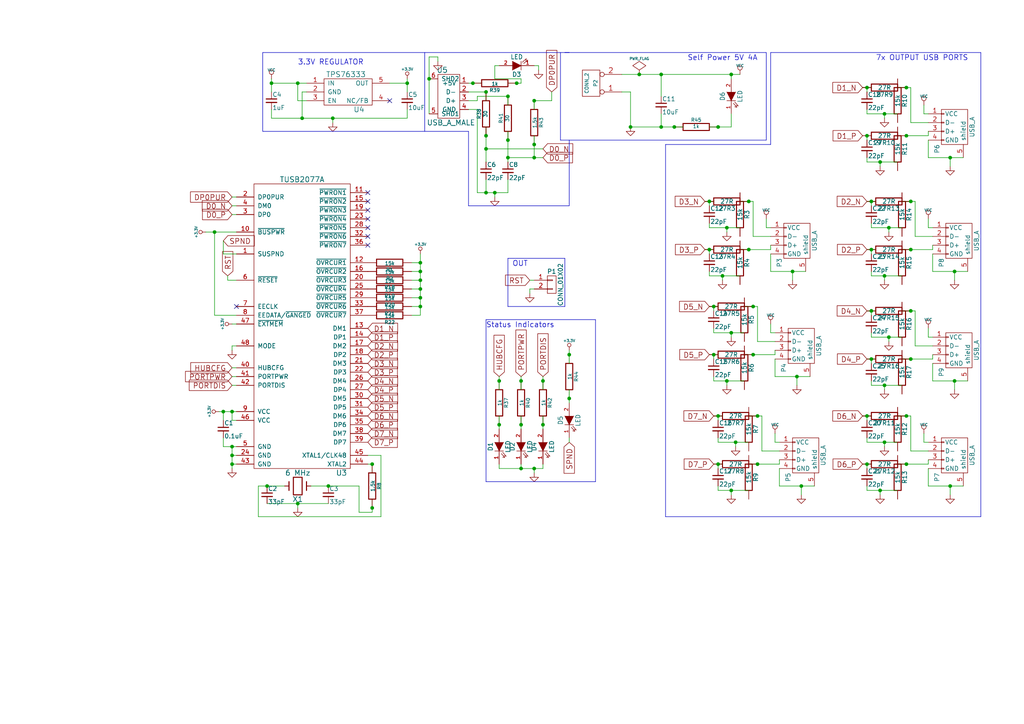
<source format=kicad_sch>
(kicad_sch (version 20230121) (generator eeschema)
  (paper "A4")
  (title_block (title "Septa") (date "2016-12-02") (rev "C") (company "SurveyCorps/USST") (comment 1 "7 port USB hub based on TUSB2077A") (comment 2 "Modified by Carl Hofmeister"))
  (junction (at 140.97 39.37))
  (junction (at 64.77 119.38))
  (junction (at 140.97 55.88))
  (junction (at 140.97 26.67))
  (junction (at 154.94 45.72))
  (junction (at 209.55 80.01))
  (junction (at 121.92 88.9))
  (junction (at 264.16 72.39))
  (junction (at 165.1 102.87))
  (junction (at 118.11 24.13))
  (junction (at 212.09 21.59))
  (junction (at 251.46 134.62))
  (junction (at 256.54 111.76))
  (junction (at 121.92 86.36))
  (junction (at 157.48 123.19))
  (junction (at 205.74 72.39))
  (junction (at 144.78 110.49))
  (junction (at 208.28 134.62))
  (junction (at 86.36 146.05))
  (junction (at 275.59 45.72))
  (junction (at 62.23 67.31))
  (junction (at 151.13 110.49))
  (junction (at 86.36 24.13))
  (junction (at 264.16 104.14))
  (junction (at 157.48 110.49))
  (junction (at 147.32 45.72))
  (junction (at 67.31 129.54))
  (junction (at 256.54 80.01))
  (junction (at 140.97 43.18))
  (junction (at 195.58 36.83))
  (junction (at 264.16 90.17))
  (junction (at 67.31 119.38))
  (junction (at 154.94 41.91))
  (junction (at 77.47 140.97))
  (junction (at 208.28 120.65))
  (junction (at 185.42 21.59))
  (junction (at 154.94 29.21))
  (junction (at 151.13 135.89))
  (junction (at 231.14 109.22))
  (junction (at 252.73 72.39))
  (junction (at 87.63 34.29))
  (junction (at 212.09 142.24))
  (junction (at 218.44 88.9))
  (junction (at 107.95 134.62))
  (junction (at 154.94 135.89))
  (junction (at 107.95 147.32))
  (junction (at 124.46 22.86))
  (junction (at 78.74 24.13))
  (junction (at 276.86 110.49))
  (junction (at 147.32 27.94))
  (junction (at 219.71 120.65))
  (junction (at 252.73 90.17))
  (junction (at 262.89 120.65))
  (junction (at 151.13 123.19))
  (junction (at 212.09 96.52))
  (junction (at 232.41 140.97))
  (junction (at 262.89 25.4))
  (junction (at 252.73 58.42))
  (junction (at 256.54 128.27))
  (junction (at 276.86 78.74))
  (junction (at 121.92 78.74))
  (junction (at 217.17 72.39))
  (junction (at 264.16 58.42))
  (junction (at 213.36 128.27))
  (junction (at 207.01 102.87))
  (junction (at 252.73 104.14))
  (junction (at 121.92 83.82))
  (junction (at 262.89 134.62))
  (junction (at 137.16 24.13))
  (junction (at 182.88 36.83))
  (junction (at 257.81 97.79))
  (junction (at 219.71 134.62))
  (junction (at 121.92 81.28))
  (junction (at 262.89 39.37))
  (junction (at 95.25 140.97))
  (junction (at 275.59 140.97))
  (junction (at 143.51 55.88))
  (junction (at 256.54 33.02))
  (junction (at 144.78 123.19))
  (junction (at 121.92 76.2))
  (junction (at 205.74 58.42))
  (junction (at 251.46 25.4))
  (junction (at 218.44 102.87))
  (junction (at 191.77 36.83))
  (junction (at 149.86 24.13))
  (junction (at 210.82 66.04))
  (junction (at 208.28 36.83))
  (junction (at 96.52 34.29))
  (junction (at 251.46 39.37))
  (junction (at 165.1 115.57))
  (junction (at 67.31 132.08))
  (junction (at 207.01 88.9))
  (junction (at 257.81 66.04))
  (junction (at 67.31 134.62))
  (junction (at 191.77 21.59))
  (junction (at 229.87 78.74))
  (junction (at 255.27 46.99))
  (junction (at 210.82 110.49))
  (junction (at 251.46 120.65))
  (junction (at 147.32 40.64))
  (junction (at 217.17 58.42))
  (junction (at 255.27 142.24))
  (no_connect (at 68.58 88.9))
  (no_connect (at 106.68 68.58))
  (no_connect (at 106.68 58.42))
  (no_connect (at 106.68 71.12))
  (no_connect (at 113.03 29.21))
  (no_connect (at 106.68 66.04))
  (no_connect (at 106.68 55.88))
  (no_connect (at 106.68 60.96))
  (no_connect (at 106.68 63.5))
  (wire (pts (xy 269.24 39.37) (xy 269.24 38.1)))
  (wire (pts (xy 256.54 128.27) (xy 256.54 129.54)))
  (wire (pts (xy 154.94 135.89) (xy 154.94 137.16)))
  (wire (pts (xy 269.24 135.89) (xy 269.24 140.97)))
  (wire (pts (xy 250.19 120.65) (xy 251.46 120.65)))
  (wire (pts (xy 252.73 104.14) (xy 252.73 105.41)))
  (wire (pts (xy 256.54 80.01) (xy 256.54 81.28)))
  (wire (pts (xy 229.87 78.74) (xy 233.68 78.74)))
  (wire (pts (xy 276.86 110.49) (xy 280.67 110.49)))
  (wire (pts (xy 251.46 39.37) (xy 251.46 40.64)))
  (wire (pts (xy 207.01 88.9) (xy 207.01 90.17)))
  (wire (pts (xy 78.74 31.75) (xy 78.74 34.29)))
  (wire (pts (xy 88.9 26.67) (xy 87.63 26.67)))
  (wire (pts (xy 213.36 128.27) (xy 213.36 129.54)))
  (polyline (pts (xy 165.1 59.69) (xy 165.1 40.64)))
  (wire (pts (xy 195.58 36.83) (xy 198.12 36.83)))
  (wire (pts (xy 86.36 146.05) (xy 95.25 146.05)))
  (wire (pts (xy 107.95 148.59) (xy 104.14 148.59)))
  (wire (pts (xy 143.51 57.15) (xy 143.51 55.88)))
  (wire (pts (xy 151.13 134.62) (xy 151.13 135.89)))
  (wire (pts (xy 219.71 134.62) (xy 226.06 134.62)))
  (wire (pts (xy 251.46 142.24) (xy 255.27 142.24)))
  (wire (pts (xy 121.92 83.82) (xy 119.38 83.82)))
  (wire (pts (xy 59.69 67.31) (xy 62.23 67.31)))
  (wire (pts (xy 143.51 19.05) (xy 144.78 19.05)))
  (wire (pts (xy 67.31 134.62) (xy 67.31 135.89)))
  (wire (pts (xy 151.13 123.19) (xy 151.13 124.46)))
  (wire (pts (xy 252.73 90.17) (xy 252.73 91.44)))
  (wire (pts (xy 251.46 31.75) (xy 251.46 33.02)))
  (wire (pts (xy 251.46 39.37) (xy 252.73 39.37)))
  (wire (pts (xy 207.01 95.25) (xy 207.01 96.52)))
  (wire (pts (xy 154.94 29.21) (xy 154.94 31.75)))
  (wire (pts (xy 121.92 83.82) (xy 121.92 86.36)))
  (wire (pts (xy 218.44 88.9) (xy 219.71 88.9)))
  (wire (pts (xy 270.51 104.14) (xy 270.51 102.87)))
  (wire (pts (xy 262.89 120.65) (xy 264.16 120.65)))
  (wire (pts (xy 151.13 24.13) (xy 151.13 22.86)))
  (wire (pts (xy 137.16 24.13) (xy 139.7 24.13)))
  (wire (pts (xy 140.97 52.07) (xy 140.97 55.88)))
  (wire (pts (xy 205.74 58.42) (xy 205.74 59.69)))
  (wire (pts (xy 267.97 128.27) (xy 269.24 128.27)))
  (wire (pts (xy 110.49 149.86) (xy 74.93 149.86)))
  (wire (pts (xy 86.36 24.13) (xy 88.9 24.13)))
  (wire (pts (xy 212.09 142.24) (xy 212.09 143.51)))
  (wire (pts (xy 78.74 24.13) (xy 86.36 24.13)))
  (wire (pts (xy 157.48 109.22) (xy 157.48 110.49)))
  (wire (pts (xy 208.28 36.83) (xy 212.09 36.83)))
  (wire (pts (xy 251.46 127) (xy 251.46 128.27)))
  (polyline (pts (xy 147.32 74.93) (xy 147.32 88.9)))
  (wire (pts (xy 144.78 120.65) (xy 144.78 123.19)))
  (wire (pts (xy 87.63 34.29) (xy 96.52 34.29)))
  (wire (pts (xy 90.17 140.97) (xy 95.25 140.97)))
  (wire (pts (xy 143.51 22.86) (xy 143.51 19.05)))
  (wire (pts (xy 205.74 102.87) (xy 207.01 102.87)))
  (wire (pts (xy 250.19 39.37) (xy 251.46 39.37)))
  (wire (pts (xy 62.23 67.31) (xy 62.23 91.44)))
  (wire (pts (xy 140.97 39.37) (xy 140.97 43.18)))
  (wire (pts (xy 229.87 78.74) (xy 229.87 81.28)))
  (wire (pts (xy 207.01 88.9) (xy 208.28 88.9)))
  (wire (pts (xy 215.9 88.9) (xy 218.44 88.9)))
  (wire (pts (xy 149.86 24.13) (xy 151.13 24.13)))
  (wire (pts (xy 121.92 86.36) (xy 119.38 86.36)))
  (wire (pts (xy 210.82 66.04) (xy 210.82 67.31)))
  (wire (pts (xy 205.74 78.74) (xy 205.74 80.01)))
  (wire (pts (xy 270.51 110.49) (xy 276.86 110.49)))
  (wire (pts (xy 68.58 59.69) (xy 67.31 59.69)))
  (wire (pts (xy 205.74 64.77) (xy 205.74 66.04)))
  (wire (pts (xy 255.27 46.99) (xy 255.27 48.26)))
  (polyline (pts (xy 147.32 88.9) (xy 163.83 88.9)))
  (wire (pts (xy 210.82 66.04) (xy 214.63 66.04)))
  (wire (pts (xy 219.71 99.06) (xy 224.79 99.06)))
  (wire (pts (xy 231.14 109.22) (xy 231.14 111.76)))
  (wire (pts (xy 218.44 68.58) (xy 223.52 68.58)))
  (wire (pts (xy 182.88 36.83) (xy 191.77 36.83)))
  (wire (pts (xy 157.48 110.49) (xy 157.48 113.03)))
  (wire (pts (xy 251.46 134.62) (xy 251.46 135.89)))
  (wire (pts (xy 78.74 24.13) (xy 78.74 26.67)))
  (wire (pts (xy 264.16 35.56) (xy 269.24 35.56)))
  (wire (pts (xy 151.13 110.49) (xy 151.13 113.03)))
  (wire (pts (xy 269.24 97.79) (xy 270.51 97.79)))
  (wire (pts (xy 138.43 55.88) (xy 140.97 55.88)))
  (wire (pts (xy 223.52 78.74) (xy 229.87 78.74)))
  (wire (pts (xy 226.06 135.89) (xy 226.06 140.97)))
  (wire (pts (xy 147.32 45.72) (xy 154.94 45.72)))
  (wire (pts (xy 210.82 110.49) (xy 215.9 110.49)))
  (polyline (pts (xy 193.04 149.86) (xy 284.48 149.86)))
  (wire (pts (xy 153.67 83.82) (xy 153.67 85.09)))
  (wire (pts (xy 257.81 97.79) (xy 261.62 97.79)))
  (wire (pts (xy 138.43 31.75) (xy 135.89 31.75)))
  (wire (pts (xy 205.74 80.01) (xy 209.55 80.01)))
  (wire (pts (xy 251.46 134.62) (xy 252.73 134.62)))
  (wire (pts (xy 222.25 66.04) (xy 223.52 66.04)))
  (wire (pts (xy 63.5 119.38) (xy 64.77 119.38)))
  (wire (pts (xy 252.73 78.74) (xy 252.73 80.01)))
  (wire (pts (xy 118.11 24.13) (xy 118.11 26.67)))
  (wire (pts (xy 64.77 73.66) (xy 68.58 73.66)))
  (polyline (pts (xy 162.56 40.64) (xy 162.56 15.24)))
  (wire (pts (xy 165.1 101.6) (xy 165.1 102.87)))
  (wire (pts (xy 67.31 129.54) (xy 67.31 132.08)))
  (wire (pts (xy 140.97 26.67) (xy 140.97 29.21)))
  (wire (pts (xy 68.58 121.92) (xy 67.31 121.92)))
  (wire (pts (xy 232.41 140.97) (xy 236.22 140.97)))
  (wire (pts (xy 208.28 120.65) (xy 209.55 120.65)))
  (wire (pts (xy 262.89 39.37) (xy 269.24 39.37)))
  (wire (pts (xy 252.73 96.52) (xy 252.73 97.79)))
  (wire (pts (xy 64.77 121.92) (xy 64.77 119.38)))
  (wire (pts (xy 124.46 16.51) (xy 124.46 22.86)))
  (wire (pts (xy 157.48 120.65) (xy 157.48 123.19)))
  (wire (pts (xy 257.81 97.79) (xy 257.81 99.06)))
  (wire (pts (xy 252.73 66.04) (xy 257.81 66.04)))
  (wire (pts (xy 135.89 26.67) (xy 140.97 26.67)))
  (wire (pts (xy 68.58 111.76) (xy 67.31 111.76)))
  (wire (pts (xy 144.78 110.49) (xy 144.78 113.03)))
  (wire (pts (xy 185.42 21.59) (xy 191.77 21.59)))
  (wire (pts (xy 147.32 27.94) (xy 147.32 30.48)))
  (wire (pts (xy 217.17 72.39) (xy 223.52 72.39)))
  (wire (pts (xy 154.94 39.37) (xy 154.94 41.91)))
  (wire (pts (xy 78.74 22.86) (xy 78.74 24.13)))
  (wire (pts (xy 151.13 135.89) (xy 154.94 135.89)))
  (wire (pts (xy 209.55 80.01) (xy 209.55 81.28)))
  (wire (pts (xy 118.11 34.29) (xy 118.11 31.75)))
  (wire (pts (xy 147.32 24.13) (xy 149.86 24.13)))
  (wire (pts (xy 157.48 43.18) (xy 140.97 43.18)))
  (polyline (pts (xy 163.83 88.9) (xy 163.83 74.93)))
  (polyline (pts (xy 222.25 15.24) (xy 222.25 40.64)))
  (wire (pts (xy 256.54 33.02) (xy 260.35 33.02)))
  (wire (pts (xy 204.47 72.39) (xy 205.74 72.39)))
  (wire (pts (xy 121.92 86.36) (xy 121.92 88.9)))
  (wire (pts (xy 210.82 110.49) (xy 210.82 111.76)))
  (wire (pts (xy 251.46 90.17) (xy 252.73 90.17)))
  (wire (pts (xy 124.46 22.86) (xy 124.46 33.02)))
  (wire (pts (xy 219.71 88.9) (xy 219.71 99.06)))
  (wire (pts (xy 214.63 58.42) (xy 217.17 58.42)))
  (wire (pts (xy 106.68 132.08) (xy 110.49 132.08)))
  (wire (pts (xy 154.94 135.89) (xy 157.48 135.89)))
  (wire (pts (xy 276.86 78.74) (xy 276.86 81.28)))
  (wire (pts (xy 191.77 36.83) (xy 191.77 33.02)))
  (wire (pts (xy 270.51 72.39) (xy 270.51 71.12)))
  (wire (pts (xy 165.1 127) (xy 165.1 128.27)))
  (wire (pts (xy 95.25 140.97) (xy 104.14 140.97)))
  (wire (pts (xy 224.79 125.73) (xy 224.79 128.27)))
  (wire (pts (xy 269.24 40.64) (xy 269.24 45.72)))
  (wire (pts (xy 212.09 96.52) (xy 212.09 97.79)))
  (wire (pts (xy 252.73 90.17) (xy 254 90.17)))
  (wire (pts (xy 267.97 33.02) (xy 269.24 33.02)))
  (polyline (pts (xy 135.89 59.69) (xy 165.1 59.69)))
  (wire (pts (xy 107.95 144.78) (xy 107.95 147.32)))
  (wire (pts (xy 252.73 58.42) (xy 254 58.42)))
  (wire (pts (xy 252.73 111.76) (xy 256.54 111.76)))
  (wire (pts (xy 269.24 66.04) (xy 270.51 66.04)))
  (wire (pts (xy 147.32 45.72) (xy 147.32 46.99)))
  (wire (pts (xy 154.94 19.05) (xy 156.21 19.05)))
  (polyline (pts (xy 193.04 41.91) (xy 193.04 149.86)))
  (wire (pts (xy 121.92 78.74) (xy 121.92 81.28)))
  (wire (pts (xy 140.97 36.83) (xy 140.97 39.37)))
  (wire (pts (xy 275.59 140.97) (xy 275.59 143.51)))
  (wire (pts (xy 220.98 120.65) (xy 220.98 130.81)))
  (wire (pts (xy 257.81 66.04) (xy 261.62 66.04)))
  (wire (pts (xy 252.73 110.49) (xy 252.73 111.76)))
  (wire (pts (xy 62.23 91.44) (xy 68.58 91.44)))
  (wire (pts (xy 205.74 72.39) (xy 207.01 72.39)))
  (wire (pts (xy 264.16 25.4) (xy 264.16 35.56)))
  (wire (pts (xy 121.92 81.28) (xy 119.38 81.28)))
  (wire (pts (xy 74.93 149.86) (xy 74.93 140.97)))
  (wire (pts (xy 217.17 120.65) (xy 219.71 120.65)))
  (wire (pts (xy 66.04 81.28) (xy 66.04 80.01)))
  (wire (pts (xy 165.1 113.03) (xy 165.1 115.57)))
  (wire (pts (xy 251.46 72.39) (xy 252.73 72.39)))
  (wire (pts (xy 86.36 29.21) (xy 86.36 24.13)))
  (wire (pts (xy 96.52 34.29) (xy 118.11 34.29)))
  (wire (pts (xy 251.46 140.97) (xy 251.46 142.24)))
  (wire (pts (xy 256.54 128.27) (xy 260.35 128.27)))
  (wire (pts (xy 256.54 33.02) (xy 256.54 34.29)))
  (wire (pts (xy 165.1 102.87) (xy 165.1 105.41)))
  (wire (pts (xy 260.35 134.62) (xy 262.89 134.62)))
  (wire (pts (xy 217.17 134.62) (xy 219.71 134.62)))
  (wire (pts (xy 269.24 134.62) (xy 269.24 133.35)))
  (polyline (pts (xy 123.19 15.24) (xy 123.19 38.1)))
  (wire (pts (xy 157.48 123.19) (xy 157.48 124.46)))
  (wire (pts (xy 153.67 81.28) (xy 154.94 81.28)))
  (wire (pts (xy 207.01 120.65) (xy 208.28 120.65)))
  (wire (pts (xy 67.31 132.08) (xy 67.31 134.62)))
  (wire (pts (xy 262.89 25.4) (xy 264.16 25.4)))
  (wire (pts (xy 215.9 102.87) (xy 218.44 102.87)))
  (polyline (pts (xy 163.83 74.93) (xy 147.32 74.93)))
  (wire (pts (xy 252.73 97.79) (xy 257.81 97.79)))
  (wire (pts (xy 275.59 45.72) (xy 275.59 48.26)))
  (wire (pts (xy 151.13 120.65) (xy 151.13 123.19)))
  (wire (pts (xy 205.74 66.04) (xy 210.82 66.04)))
  (wire (pts (xy 260.35 120.65) (xy 262.89 120.65)))
  (wire (pts (xy 252.73 58.42) (xy 252.73 59.69)))
  (wire (pts (xy 251.46 120.65) (xy 252.73 120.65)))
  (wire (pts (xy 261.62 90.17) (xy 264.16 90.17)))
  (wire (pts (xy 144.78 135.89) (xy 151.13 135.89)))
  (wire (pts (xy 250.19 134.62) (xy 251.46 134.62)))
  (wire (pts (xy 252.73 80.01) (xy 256.54 80.01)))
  (wire (pts (xy 269.24 95.25) (xy 269.24 97.79)))
  (wire (pts (xy 135.89 24.13) (xy 137.16 24.13)))
  (wire (pts (xy 78.74 34.29) (xy 87.63 34.29)))
  (polyline (pts (xy 223.52 41.91) (xy 193.04 41.91)))
  (wire (pts (xy 267.97 30.48) (xy 267.97 33.02)))
  (wire (pts (xy 67.31 119.38) (xy 68.58 119.38)))
  (polyline (pts (xy 135.89 38.1) (xy 135.89 59.69)))
  (wire (pts (xy 86.36 146.05) (xy 86.36 147.32)))
  (wire (pts (xy 218.44 58.42) (xy 218.44 68.58)))
  (wire (pts (xy 121.92 88.9) (xy 119.38 88.9)))
  (wire (pts (xy 212.09 21.59) (xy 212.09 22.86)))
  (polyline (pts (xy 76.2 38.1) (xy 135.89 38.1)))
  (wire (pts (xy 205.74 88.9) (xy 207.01 88.9)))
  (polyline (pts (xy 223.52 41.91) (xy 223.52 15.24)))
  (wire (pts (xy 68.58 106.68) (xy 67.31 106.68)))
  (wire (pts (xy 223.52 96.52) (xy 224.79 96.52)))
  (wire (pts (xy 262.89 134.62) (xy 269.24 134.62)))
  (wire (pts (xy 121.92 76.2) (xy 121.92 78.74)))
  (wire (pts (xy 226.06 134.62) (xy 226.06 133.35)))
  (wire (pts (xy 212.09 142.24) (xy 217.17 142.24)))
  (wire (pts (xy 208.28 142.24) (xy 212.09 142.24)))
  (wire (pts (xy 140.97 43.18) (xy 140.97 46.99)))
  (wire (pts (xy 208.28 127) (xy 208.28 128.27)))
  (wire (pts (xy 68.58 100.33) (xy 67.31 100.33)))
  (wire (pts (xy 119.38 76.2) (xy 121.92 76.2)))
  (wire (pts (xy 104.14 140.97) (xy 104.14 148.59)))
  (wire (pts (xy 267.97 125.73) (xy 267.97 128.27)))
  (wire (pts (xy 121.92 91.44) (xy 119.38 91.44)))
  (wire (pts (xy 275.59 140.97) (xy 279.4 140.97)))
  (polyline (pts (xy 163.83 15.24) (xy 222.25 15.24)))
  (wire (pts (xy 121.92 81.28) (xy 121.92 83.82)))
  (wire (pts (xy 165.1 115.57) (xy 165.1 116.84)))
  (polyline (pts (xy 140.97 92.71) (xy 140.97 139.7)))
  (wire (pts (xy 207.01 109.22) (xy 207.01 110.49)))
  (wire (pts (xy 62.23 67.31) (xy 68.58 67.31)))
  (wire (pts (xy 275.59 45.72) (xy 279.4 45.72)))
  (wire (pts (xy 251.46 128.27) (xy 256.54 128.27)))
  (wire (pts (xy 205.74 36.83) (xy 208.28 36.83)))
  (wire (pts (xy 144.78 134.62) (xy 144.78 135.89)))
  (polyline (pts (xy 140.97 139.7) (xy 172.72 139.7)))
  (wire (pts (xy 68.58 132.08) (xy 67.31 132.08)))
  (wire (pts (xy 68.58 109.22) (xy 67.31 109.22)))
  (wire (pts (xy 191.77 36.83) (xy 195.58 36.83)))
  (wire (pts (xy 212.09 96.52) (xy 215.9 96.52)))
  (wire (pts (xy 212.09 36.83) (xy 212.09 33.02)))
  (wire (pts (xy 207.01 110.49) (xy 210.82 110.49)))
  (wire (pts (xy 224.79 104.14) (xy 224.79 109.22)))
  (wire (pts (xy 208.28 128.27) (xy 213.36 128.27)))
  (wire (pts (xy 265.43 100.33) (xy 270.51 100.33)))
  (wire (pts (xy 269.24 140.97) (xy 275.59 140.97)))
  (wire (pts (xy 255.27 46.99) (xy 260.35 46.99)))
  (wire (pts (xy 209.55 80.01) (xy 214.63 80.01)))
  (wire (pts (xy 269.24 45.72) (xy 275.59 45.72)))
  (wire (pts (xy 251.46 104.14) (xy 252.73 104.14)))
  (wire (pts (xy 251.46 25.4) (xy 251.46 26.67)))
  (wire (pts (xy 276.86 110.49) (xy 276.86 113.03)))
  (wire (pts (xy 143.51 55.88) (xy 147.32 55.88)))
  (wire (pts (xy 68.58 134.62) (xy 67.31 134.62)))
  (wire (pts (xy 208.28 140.97) (xy 208.28 142.24)))
  (wire (pts (xy 270.51 105.41) (xy 270.51 110.49)))
  (wire (pts (xy 64.77 119.38) (xy 67.31 119.38)))
  (wire (pts (xy 147.32 40.64) (xy 147.32 45.72)))
  (wire (pts (xy 156.21 19.05) (xy 156.21 20.32)))
  (wire (pts (xy 135.89 29.21) (xy 138.43 29.21)))
  (wire (pts (xy 88.9 29.21) (xy 86.36 29.21)))
  (wire (pts (xy 231.14 109.22) (xy 234.95 109.22)))
  (wire (pts (xy 270.51 73.66) (xy 270.51 78.74)))
  (wire (pts (xy 264.16 130.81) (xy 269.24 130.81)))
  (wire (pts (xy 207.01 102.87) (xy 208.28 102.87)))
  (wire (pts (xy 68.58 81.28) (xy 66.04 81.28)))
  (wire (pts (xy 270.51 78.74) (xy 276.86 78.74)))
  (wire (pts (xy 224.79 102.87) (xy 224.79 101.6)))
  (wire (pts (xy 205.74 58.42) (xy 207.01 58.42)))
  (wire (pts (xy 252.73 72.39) (xy 252.73 73.66)))
  (polyline (pts (xy 223.52 15.24) (xy 284.48 15.24)))
  (polyline (pts (xy 76.2 15.24) (xy 165.1 15.24)))
  (wire (pts (xy 232.41 140.97) (xy 232.41 143.51)))
  (wire (pts (xy 222.25 63.5) (xy 222.25 66.04)))
  (wire (pts (xy 219.71 120.65) (xy 220.98 120.65)))
  (wire (pts (xy 264.16 90.17) (xy 265.43 90.17)))
  (wire (pts (xy 255.27 142.24) (xy 255.27 143.51)))
  (wire (pts (xy 208.28 134.62) (xy 209.55 134.62)))
  (wire (pts (xy 64.77 129.54) (xy 67.31 129.54)))
  (wire (pts (xy 265.43 68.58) (xy 270.51 68.58)))
  (wire (pts (xy 160.02 29.21) (xy 160.02 26.67)))
  (wire (pts (xy 138.43 29.21) (xy 138.43 27.94)))
  (wire (pts (xy 107.95 147.32) (xy 107.95 148.59)))
  (wire (pts (xy 64.77 127) (xy 64.77 129.54)))
  (wire (pts (xy 143.51 22.86) (xy 151.13 22.86)))
  (wire (pts (xy 147.32 38.1) (xy 147.32 40.64)))
  (wire (pts (xy 121.92 88.9) (xy 121.92 91.44)))
  (wire (pts (xy 251.46 120.65) (xy 251.46 121.92)))
  (wire (pts (xy 251.46 58.42) (xy 252.73 58.42)))
  (wire (pts (xy 207.01 96.52) (xy 212.09 96.52)))
  (wire (pts (xy 265.43 90.17) (xy 265.43 100.33)))
  (wire (pts (xy 251.46 45.72) (xy 251.46 46.99)))
  (wire (pts (xy 264.16 72.39) (xy 270.51 72.39)))
  (wire (pts (xy 207.01 134.62) (xy 208.28 134.62)))
  (polyline (pts (xy 172.72 139.7) (xy 172.72 92.71)))
  (wire (pts (xy 220.98 130.81) (xy 226.06 130.81)))
  (wire (pts (xy 276.86 78.74) (xy 280.67 78.74)))
  (wire (pts (xy 252.73 104.14) (xy 254 104.14)))
  (wire (pts (xy 251.46 46.99) (xy 255.27 46.99)))
  (wire (pts (xy 269.24 63.5) (xy 269.24 66.04)))
  (wire (pts (xy 205.74 72.39) (xy 205.74 73.66)))
  (polyline (pts (xy 284.48 149.86) (xy 284.48 15.24)))
  (wire (pts (xy 157.48 135.89) (xy 157.48 134.62)))
  (wire (pts (xy 154.94 45.72) (xy 157.48 45.72)))
  (wire (pts (xy 207.01 102.87) (xy 207.01 104.14)))
  (wire (pts (xy 264.16 120.65) (xy 264.16 130.81)))
  (wire (pts (xy 74.93 140.97) (xy 77.47 140.97)))
  (polyline (pts (xy 76.2 38.1) (xy 76.2 15.24)))
  (wire (pts (xy 223.52 73.66) (xy 223.52 78.74)))
  (wire (pts (xy 251.46 33.02) (xy 256.54 33.02)))
  (wire (pts (xy 261.62 58.42) (xy 264.16 58.42)))
  (wire (pts (xy 110.49 132.08) (xy 110.49 149.86)))
  (wire (pts (xy 68.58 93.98) (xy 67.31 93.98)))
  (wire (pts (xy 224.79 109.22) (xy 231.14 109.22)))
  (wire (pts (xy 67.31 121.92) (xy 67.31 119.38)))
  (wire (pts (xy 208.28 120.65) (xy 208.28 121.92)))
  (wire (pts (xy 154.94 29.21) (xy 160.02 29.21)))
  (wire (pts (xy 191.77 21.59) (xy 212.09 21.59)))
  (wire (pts (xy 265.43 58.42) (xy 265.43 68.58)))
  (wire (pts (xy 127 16.51) (xy 127 17.78)))
  (wire (pts (xy 138.43 31.75) (xy 138.43 55.88)))
  (wire (pts (xy 124.46 16.51) (xy 127 16.51)))
  (wire (pts (xy 256.54 111.76) (xy 261.62 111.76)))
  (wire (pts (xy 250.19 25.4) (xy 251.46 25.4)))
  (wire (pts (xy 67.31 129.54) (xy 68.58 129.54)))
  (wire (pts (xy 257.81 66.04) (xy 257.81 67.31)))
  (wire (pts (xy 87.63 26.67) (xy 87.63 34.29)))
  (wire (pts (xy 191.77 21.59) (xy 191.77 27.94)))
  (wire (pts (xy 256.54 111.76) (xy 256.54 113.03)))
  (wire (pts (xy 223.52 93.98) (xy 223.52 96.52)))
  (wire (pts (xy 212.09 21.59) (xy 214.63 21.59)))
  (wire (pts (xy 251.46 25.4) (xy 252.73 25.4)))
  (wire (pts (xy 208.28 134.62) (xy 208.28 135.89)))
  (wire (pts (xy 113.03 24.13) (xy 118.11 24.13)))
  (wire (pts (xy 182.88 26.67) (xy 182.88 36.83)))
  (wire (pts (xy 255.27 142.24) (xy 260.35 142.24)))
  (wire (pts (xy 77.47 146.05) (xy 86.36 146.05)))
  (wire (pts (xy 252.73 64.77) (xy 252.73 66.04)))
  (wire (pts (xy 154.94 83.82) (xy 153.67 83.82)))
  (wire (pts (xy 147.32 55.88) (xy 147.32 52.07)))
  (wire (pts (xy 77.47 140.97) (xy 82.55 140.97)))
  (wire (pts (xy 260.35 39.37) (xy 262.89 39.37)))
  (wire (pts (xy 68.58 57.15) (xy 67.31 57.15)))
  (wire (pts (xy 106.68 134.62) (xy 107.95 134.62)))
  (wire (pts (xy 182.88 26.67) (xy 180.34 26.67)))
  (wire (pts (xy 144.78 123.19) (xy 144.78 124.46)))
  (polyline (pts (xy 172.72 92.71) (xy 140.97 92.71)))
  (wire (pts (xy 204.47 58.42) (xy 205.74 58.42)))
  (wire (pts (xy 224.79 128.27) (xy 226.06 128.27)))
  (wire (pts (xy 118.11 22.86) (xy 118.11 24.13)))
  (wire (pts (xy 261.62 72.39) (xy 264.16 72.39)))
  (wire (pts (xy 151.13 109.22) (xy 151.13 110.49)))
  (wire (pts (xy 261.62 104.14) (xy 264.16 104.14)))
  (wire (pts (xy 264.16 58.42) (xy 265.43 58.42)))
  (wire (pts (xy 96.52 35.56) (xy 96.52 34.29)))
  (wire (pts (xy 213.36 128.27) (xy 217.17 128.27)))
  (wire (pts (xy 144.78 109.22) (xy 144.78 110.49)))
  (wire (pts (xy 154.94 41.91) (xy 154.94 45.72)))
  (wire (pts (xy 121.92 78.74) (xy 119.38 78.74)))
  (wire (pts (xy 218.44 102.87) (xy 224.79 102.87)))
  (polyline (pts (xy 222.25 40.64) (xy 162.56 40.64)))
  (wire (pts (xy 138.43 27.94) (xy 147.32 27.94)))
  (wire (pts (xy 180.34 21.59) (xy 185.42 21.59)))
  (wire (pts (xy 67.31 100.33) (xy 67.31 101.6)))
  (wire (pts (xy 252.73 72.39) (xy 254 72.39)))
  (wire (pts (xy 107.95 134.62) (xy 107.95 137.16)))
  (wire (pts (xy 223.52 72.39) (xy 223.52 71.12)))
  (wire (pts (xy 260.35 25.4) (xy 262.89 25.4)))
  (wire (pts (xy 256.54 80.01) (xy 261.62 80.01)))
  (wire (pts (xy 226.06 140.97) (xy 232.41 140.97)))
  (wire (pts (xy 217.17 58.42) (xy 218.44 58.42)))
  (wire (pts (xy 214.63 72.39) (xy 217.17 72.39)))
  (wire (pts (xy 140.97 55.88) (xy 143.51 55.88)))
  (wire (pts (xy 121.92 73.66) (xy 121.92 76.2)))
  (wire (pts (xy 68.58 62.23) (xy 67.31 62.23)))
  (wire (pts (xy 264.16 104.14) (xy 270.51 104.14)))
  (wire (pts (xy 64.77 73.66) (xy 64.77 69.85)))
  (text "3.3V REGULATOR" (at 86.36 19.05 0) (effects (font (size 1.524 1.524)) (justify left bottom)))
  (text "Self Power 5V 4A" (at 199.39 17.78 0) (effects (font (size 1.524 1.524)) (justify left bottom)))
  (text "OUT" (at 148.59 77.47 0) (effects (font (size 1.524 1.524)) (justify left bottom)))
  (text "7x OUTPUT USB PORTS" (at 254 17.78 0) (effects (font (size 1.524 1.524)) (justify left bottom)))
  (text "Status Indicators" (at 140.97 95.25 0) (effects (font (size 1.524 1.524)) (justify left bottom)))
  (global_label "D3_N" (shape input) (at 204.47 58.42 180) (effects (font (size 1.524 1.524))) (property "Intersheetrefs" "${INTERSHEET_REFS}" (effects hide)))
  (global_label "D7_P" (shape input) (at 106.68 128.27 0) (effects (font (size 1.524 1.524))) (property "Intersheetrefs" "${INTERSHEET_REFS}" (effects hide)))
  (global_label "HUBCFG" (shape input) (at 67.31 106.68 180) (effects (font (size 1.524 1.524))) (property "Intersheetrefs" "${INTERSHEET_REFS}" (effects hide)))
  (global_label "D7_P" (shape input) (at 207.01 134.62 180) (effects (font (size 1.524 1.524))) (property "Intersheetrefs" "${INTERSHEET_REFS}" (effects hide)))
  (global_label "D4_N" (shape input) (at 106.68 110.49 0) (effects (font (size 1.524 1.524))) (property "Intersheetrefs" "${INTERSHEET_REFS}" (effects hide)))
  (global_label "D5_N" (shape input) (at 205.74 88.9 180) (effects (font (size 1.524 1.524))) (property "Intersheetrefs" "${INTERSHEET_REFS}" (effects hide)))
  (global_label "D3_N" (shape input) (at 106.68 105.41 0) (effects (font (size 1.524 1.524))) (property "Intersheetrefs" "${INTERSHEET_REFS}" (effects hide)))
  (global_label "SPND" (shape input) (at 165.1 128.27 270) (effects (font (size 1.524 1.524))) (property "Intersheetrefs" "${INTERSHEET_REFS}" (effects hide)))
  (global_label "D2_N" (shape input) (at 106.68 100.33 0) (effects (font (size 1.524 1.524))) (property "Intersheetrefs" "${INTERSHEET_REFS}" (effects hide)))
  (global_label "HUBCFG" (shape input) (at 144.78 109.22 90) (effects (font (size 1.524 1.524))) (property "Intersheetrefs" "${INTERSHEET_REFS}" (effects hide)))
  (global_label "D2_P" (shape input) (at 106.68 102.87 0) (effects (font (size 1.524 1.524))) (property "Intersheetrefs" "${INTERSHEET_REFS}" (effects hide)))
  (global_label "D1_P" (shape input) (at 106.68 97.79 0) (effects (font (size 1.524 1.524))) (property "Intersheetrefs" "${INTERSHEET_REFS}" (effects hide)))
  (global_label "D4_P" (shape input) (at 106.68 113.03 0) (effects (font (size 1.524 1.524))) (property "Intersheetrefs" "${INTERSHEET_REFS}" (effects hide)))
  (global_label "D3_P" (shape input) (at 106.68 107.95 0) (effects (font (size 1.524 1.524))) (property "Intersheetrefs" "${INTERSHEET_REFS}" (effects hide)))
  (global_label "D5_P" (shape input) (at 106.68 118.11 0) (effects (font (size 1.524 1.524))) (property "Intersheetrefs" "${INTERSHEET_REFS}" (effects hide)))
  (global_label "D0_P" (shape input) (at 157.48 45.72 0) (effects (font (size 1.524 1.524))) (property "Intersheetrefs" "${INTERSHEET_REFS}" (effects hide)))
  (global_label "D1_N" (shape input) (at 106.68 95.25 0) (effects (font (size 1.524 1.524))) (property "Intersheetrefs" "${INTERSHEET_REFS}" (effects hide)))
  (global_label "D2_N" (shape input) (at 251.46 58.42 180) (effects (font (size 1.524 1.524))) (property "Intersheetrefs" "${INTERSHEET_REFS}" (effects hide)))
  (global_label "PORTPWR" (shape input) (at 67.31 109.22 180) (effects (font (size 1.524 1.524))) (property "Intersheetrefs" "${INTERSHEET_REFS}" (effects hide)))
  (global_label "D6_N" (shape input) (at 250.19 120.65 180) (effects (font (size 1.524 1.524))) (property "Intersheetrefs" "${INTERSHEET_REFS}" (effects hide)))
  (global_label "D0_N" (shape input) (at 67.31 59.69 180) (effects (font (size 1.524 1.524))) (property "Intersheetrefs" "${INTERSHEET_REFS}" (effects hide)))
  (global_label "PORTDIS" (shape input) (at 157.48 109.22 90) (effects (font (size 1.524 1.524))) (property "Intersheetrefs" "${INTERSHEET_REFS}" (effects hide)))
  (global_label "D7_N" (shape input) (at 207.01 120.65 180) (effects (font (size 1.524 1.524))) (property "Intersheetrefs" "${INTERSHEET_REFS}" (effects hide)))
  (global_label "D6_N" (shape input) (at 106.68 120.65 0) (effects (font (size 1.524 1.524))) (property "Intersheetrefs" "${INTERSHEET_REFS}" (effects hide)))
  (global_label "PORTDIS" (shape input) (at 67.31 111.76 180) (effects (font (size 1.524 1.524))) (property "Intersheetrefs" "${INTERSHEET_REFS}" (effects hide)))
  (global_label "D3_P" (shape input) (at 204.47 72.39 180) (effects (font (size 1.524 1.524))) (property "Intersheetrefs" "${INTERSHEET_REFS}" (effects hide)))
  (global_label "D0_P" (shape input) (at 67.31 62.23 180) (effects (font (size 1.524 1.524))) (property "Intersheetrefs" "${INTERSHEET_REFS}" (effects hide)))
  (global_label "D2_P" (shape input) (at 251.46 72.39 180) (effects (font (size 1.524 1.524))) (property "Intersheetrefs" "${INTERSHEET_REFS}" (effects hide)))
  (global_label "RST" (shape input) (at 66.04 80.01 90) (effects (font (size 1.524 1.524))) (property "Intersheetrefs" "${INTERSHEET_REFS}" (effects hide)))
  (global_label "D6_P" (shape input) (at 106.68 123.19 0) (effects (font (size 1.524 1.524))) (property "Intersheetrefs" "${INTERSHEET_REFS}" (effects hide)))
  (global_label "D6_P" (shape input) (at 250.19 134.62 180) (effects (font (size 1.524 1.524))) (property "Intersheetrefs" "${INTERSHEET_REFS}" (effects hide)))
  (global_label "PORTPWR" (shape input) (at 151.13 109.22 90) (effects (font (size 1.524 1.524))) (property "Intersheetrefs" "${INTERSHEET_REFS}" (effects hide)))
  (global_label "D1_P" (shape input) (at 250.19 39.37 180) (effects (font (size 1.524 1.524))) (property "Intersheetrefs" "${INTERSHEET_REFS}" (effects hide)))
  (global_label "D7_N" (shape input) (at 106.68 125.73 0) (effects (font (size 1.524 1.524))) (property "Intersheetrefs" "${INTERSHEET_REFS}" (effects hide)))
  (global_label "D4_N" (shape input) (at 251.46 90.17 180) (effects (font (size 1.524 1.524))) (property "Intersheetrefs" "${INTERSHEET_REFS}" (effects hide)))
  (global_label "D0_N" (shape input) (at 157.48 43.18 0) (effects (font (size 1.524 1.524))) (property "Intersheetrefs" "${INTERSHEET_REFS}" (effects hide)))
  (global_label "RST" (shape input) (at 153.67 81.28 180) (effects (font (size 1.524 1.524))) (property "Intersheetrefs" "${INTERSHEET_REFS}" (effects hide)))
  (global_label "D4_P" (shape input) (at 251.46 104.14 180) (effects (font (size 1.524 1.524))) (property "Intersheetrefs" "${INTERSHEET_REFS}" (effects hide)))
  (global_label "DP0PUR" (shape input) (at 67.31 57.15 180) (effects (font (size 1.524 1.524))) (property "Intersheetrefs" "${INTERSHEET_REFS}" (effects hide)))
  (global_label "DP0PUR" (shape input) (at 160.02 26.67 90) (effects (font (size 1.524 1.524))) (property "Intersheetrefs" "${INTERSHEET_REFS}" (effects hide)))
  (global_label "SPND" (shape input) (at 64.77 69.85 0) (effects (font (size 1.524 1.524))) (property "Intersheetrefs" "${INTERSHEET_REFS}" (effects hide)))
  (global_label "D5_N" (shape input) (at 106.68 115.57 0) (effects (font (size 1.524 1.524))) (property "Intersheetrefs" "${INTERSHEET_REFS}" (effects hide)))
  (global_label "D5_P" (shape input) (at 205.74 102.87 180) (effects (font (size 1.524 1.524))) (property "Intersheetrefs" "${INTERSHEET_REFS}" (effects hide)))
  (global_label "D1_N" (shape input) (at 250.19 25.4 180) (effects (font (size 1.524 1.524))) (property "Intersheetrefs" "${INTERSHEET_REFS}" (effects hide)))
  (symbol (lib_id "usb_hub-rescue:TUSB2077A") (at 87.63 69.85 0) (unit 1)
    (property "Reference" "U3" (at 99.06 137.16 0) (effects (font (size 1.524 1.524))))
    (property "Value" "TUSB2077A" (at 87.63 52.07 0) (effects (font (size 1.524 1.524))))
    (property "Footprint" "Housings_QFP:TQFP-48_7x7mm_Pitch0.5mm" (effects hide))
    (property "SUPPLIER" "c" (effects hide))
    (property "SBAPN" "Value" (effects hide))
    (property "MFRPN" "TUSB2077APTR" (effects hide))
    (property "KITTING" "tape-with-leader" (effects hide))
    (property "KITTING_D" "Value" (effects hide))
    (property "LINK" "http://www.ti.com/lit/ds/symlink/tusb2077a.pdf" (effects hide))
    (property "LINK_PAGE" "http://www.ti.com/lit/ds/symlink/tusb2077a.pdf#page=17" (effects hide))
    (property "DESCRIPTION" "IC TUSB2077A TQFP-48" (effects hide))
    (property "PACKAGE" "TQFP-48" (effects hide))
    (property "DIGIKEY" "296-37871-6-ND" (effects hide))
    (property "MOUSER" "Value" (effects hide))
  )
  (symbol (lib_id "usb_hub-rescue:TPS76333-RESCUE-usb_hub") (at 100.33 26.67 0) (unit 1)
    (property "Reference" "U4" (at 104.14 31.75 0) (effects (font (size 1.524 1.524))))
    (property "Value" "TPS76333" (at 100.33 21.59 0) (effects (font (size 1.524 1.524))))
    (property "Footprint" "TO_SOT_Packages_SMD:SOT-23-5" (effects hide))
    (property "SUPPLIER" "c" (effects hide))
    (property "SBAPN" "Value" (effects hide))
    (property "MFRPN" "TPS76333DBVR" (effects hide))
    (property "KITTING" "tape-with-leader" (effects hide))
    (property "KITTING_D" "Value" (effects hide))
    (property "LINK" "http://www.ti.com/lit/ds/symlink/tps76333.pdf" (effects hide))
    (property "LINK_PAGE" "http://www.ti.com/lit/ds/symlink/tps76333.pdf#page=23" (effects hide))
    (property "DESCRIPTION" "IC TPS76333 SOT-23-5" (effects hide))
    (property "PACKAGE" "SOT-23-5" (effects hide))
    (property "DIGIKEY" "296-11021-6-ND" (effects hide))
    (property "MOUSER" "Value" (effects hide))
  )
  (symbol (lib_id "usb_hub-rescue:GND-RESCUE-usb_hub") (at 182.88 36.83 0) (unit 1)
    (property "Reference" "#PWR01" (effects hide))
    (property "Value" "GND" (effects hide))
  )
  (symbol (lib_id "usb_hub-rescue:GND-RESCUE-usb_hub") (at 96.52 35.56 0) (unit 1)
    (property "Reference" "#PWR02" (effects hide))
    (property "Value" "GND" (effects hide))
  )
  (symbol (lib_id "usb_hub-rescue:R-RESCUE-usb_hub") (at 143.51 24.13 270) (unit 1)
    (property "Reference" "R39" (at 143.51 26.162 90) (effects (font (size 1.016 1.016))))
    (property "Value" "1k" (at 143.5354 24.3078 90) (effects (font (size 1.016 1.016))))
    (property "Footprint" "Resistors_SMD:R_0805" (effects hide))
    (property "SUPPLIER" "c" (effects hide))
    (property "SBAPN" "Value" (effects hide))
    (property "MFRPN" "ESR03EZPJ102" (effects hide))
    (property "KITTING" "tape-with-leader" (effects hide))
    (property "KITTING_D" "Value" (effects hide))
    (property "LINK" "http://rohmfs.rohm.com/en/products/databook/datasheet/passive/resistor/chip_resistor/esr.pdf" (effects hide))
    (property "LINK_PAGE" "http://rohmfs.rohm.com/en/products/databook/datasheet/passive/resistor/chip_resistor/esr.pdf#page=2" (effects hide))
    (property "DESCRIPTION" "RES 1k 0603" (effects hide))
    (property "PACKAGE" "0603" (effects hide))
    (property "DIGIKEY" "RHM1.0KDDKR-ND" (effects hide))
    (property "MOUSER" "Value" (effects hide))
  )
  (symbol (lib_id "usb_hub-rescue:USB_A_MALE") (at 128.27 30.48 180) (unit 1)
    (property "Reference" "U5" (at 128.27 20.32 0) (effects (font (size 1.524 1.524))))
    (property "Value" "USB_A_MALE" (at 130.81 35.56 0) (effects (font (size 1.524 1.524))))
    (property "Footprint" "Connect:USB_Mini-B" (effects hide))
    (property "SUPPLIER" "c" (effects hide))
    (property "SBAPN" "Value" (effects hide))
    (property "MFRPN" "0473461001" (effects hide))
    (property "KITTING" "tape-with-leader" (effects hide))
    (property "KITTING_D" "Value" (effects hide))
    (property "LINK" "http://www.molex.com/pdm_docs/sd/473461001_sd.pdf" (effects hide))
    (property "LINK_PAGE" "http://www.molex.com/pdm_docs/sd/473461001_sd.pdf#page=2" (effects hide))
    (property "DESCRIPTION" "MICROUSB 0473461001 SMD" (effects hide))
    (property "PACKAGE" "SMD" (effects hide))
    (property "DIGIKEY" "Value" (effects hide))
    (property "MOUSER" "538-47346-1001" (effects hide))
  )
  (symbol (lib_id "usb_hub-rescue:GND-RESCUE-usb_hub") (at 143.51 57.15 0) (unit 1)
    (property "Reference" "#PWR03" (effects hide))
    (property "Value" "GND" (effects hide))
  )
  (symbol (lib_id "usb_hub-rescue:R-RESCUE-usb_hub") (at 107.95 140.97 0) (unit 1)
    (property "Reference" "R8" (at 109.982 140.97 90) (effects (font (size 1.016 1.016))))
    (property "Value" "1.5k" (at 108.1278 140.9446 90) (effects (font (size 1.016 1.016))))
    (property "Footprint" "Resistors_SMD:R_0805" (effects hide))
    (property "SUPPLIER" "c" (effects hide))
    (property "SBAPN" "Value" (effects hide))
    (property "MFRPN" "ESR03EZPJ152" (effects hide))
    (property "KITTING" "tape-with-leader" (effects hide))
    (property "KITTING_D" "Value" (effects hide))
    (property "LINK" "http://rohmfs.rohm.com/en/products/databook/datasheet/passive/resistor/chip_resistor/esr.pdf" (effects hide))
    (property "LINK_PAGE" "http://rohmfs.rohm.com/en/products/databook/datasheet/passive/resistor/chip_resistor/esr.pdf#page=2" (effects hide))
    (property "DESCRIPTION" "RES 1.5k 0603" (effects hide))
    (property "PACKAGE" "0603" (effects hide))
    (property "DIGIKEY" "RHM1.5KDDKR-ND" (effects hide))
    (property "MOUSER" "Value" (effects hide))
  )
  (symbol (lib_id "usb_hub-rescue:Crystal") (at 86.36 140.97 180) (unit 1)
    (property "Reference" "X1" (at 86.36 144.78 0) (effects (font (size 1.524 1.524))))
    (property "Value" "6 MHz" (at 86.36 137.16 0) (effects (font (size 1.524 1.524))))
    (property "Footprint" "apro_lib:FOX6MHZ" (effects hide))
    (property "SUPPLIER" "c" (effects hide))
    (property "SBAPN" "Value" (effects hide))
    (property "MFRPN" "FQ1045A6000" (effects hide))
    (property "KITTING" "tape-with-leader" (effects hide))
    (property "KITTING_D" "Value" (effects hide))
    (property "LINK" "http://foxonline.com/pdfs/fq1045a.pdf" (effects hide))
    (property "LINK_PAGE" "http://foxonline.com/pdfs/fq1045a.pdf#page=1" (effects hide))
    (property "DESCRIPTION" "XTAL 6MHz SMD" (effects hide))
    (property "PACKAGE" "SMD" (effects hide))
    (property "DIGIKEY" "631-1035-6-ND" (effects hide))
    (property "MOUSER" "Value" (effects hide))
  )
  (symbol (lib_id "usb_hub-rescue:GND-RESCUE-usb_hub") (at 67.31 101.6 0) (unit 1)
    (property "Reference" "#PWR04" (effects hide))
    (property "Value" "GND" (effects hide))
  )
  (symbol (lib_id "usb_hub-rescue:GND-RESCUE-usb_hub") (at 67.31 135.89 0) (unit 1)
    (property "Reference" "#PWR05" (effects hide))
    (property "Value" "GND" (effects hide))
  )
  (symbol (lib_id "usb_hub-rescue:GND-RESCUE-usb_hub") (at 86.36 147.32 0) (unit 1)
    (property "Reference" "#PWR06" (effects hide))
    (property "Value" "GND" (effects hide))
  )
  (symbol (lib_id "usb_hub-rescue:GND-RESCUE-usb_hub") (at 127 17.78 0) (unit 1)
    (property "Reference" "#PWR08" (effects hide))
    (property "Value" "GND" (effects hide))
  )
  (symbol (lib_id "usb_hub-rescue:GND-RESCUE-usb_hub") (at 154.94 137.16 0) (unit 1)
    (property "Reference" "#PWR07" (effects hide))
    (property "Value" "GND" (effects hide))
  )
  (symbol (lib_id "usb_hub-rescue:LED-RESCUE-usb_hub") (at 149.86 19.05 180) (unit 1)
    (property "Reference" "D3" (at 149.86 21.59 0))
    (property "Value" "LED" (at 149.86 16.51 0))
    (property "Footprint" "LEDs:LED_0805" (effects hide))
    (property "SUPPLIER" "c" (effects hide))
    (property "SBAPN" "Value" (effects hide))
    (property "MFRPN" "APT1608SGC" (effects hide))
    (property "KITTING" "tape-with-leader" (effects hide))
    (property "KITTING_D" "Value" (effects hide))
    (property "LINK" "http://www.kingbrightusa.com/images/catalog/SPEC/APT1608SGC.pdf" (effects hide))
    (property "LINK_PAGE" "http://www.kingbrightusa.com/images/catalog/SPEC/APT1608SGC.pdf#page=4" (effects hide))
    (property "DESCRIPTION" "LED APT1608 0603" (effects hide))
    (property "PACKAGE" "0603" (effects hide))
    (property "DIGIKEY" "754-1121-6-ND" (effects hide))
    (property "MOUSER" "Value" (effects hide))
  )
  (symbol (lib_id "usb_hub-rescue:GND-RESCUE-usb_hub") (at 156.21 20.32 0) (unit 1)
    (property "Reference" "#PWR09" (effects hide))
    (property "Value" "GND" (effects hide))
  )
  (symbol (lib_id "usb_hub-rescue:CONN_01X02") (at 160.02 82.55 0) (unit 1)
    (property "Reference" "P1" (at 160.02 78.74 0))
    (property "Value" "CONN_01X02" (at 162.56 82.55 90))
    (property "Footprint" "Pin_Headers:Pin_Header_Straight_1x02" (effects hide))
  )
  (symbol (lib_id "usb_hub-rescue:GND-RESCUE-usb_hub") (at 153.67 85.09 0) (unit 1)
    (property "Reference" "#PWR010" (effects hide))
    (property "Value" "GND" (effects hide))
  )
  (symbol (lib_id "usb_hub-rescue:LED-RESCUE-usb_hub") (at 212.09 27.94 90) (unit 1)
    (property "Reference" "D6" (at 209.55 27.94 0))
    (property "Value" "LED" (at 214.63 27.94 0))
    (property "Footprint" "LEDs:LED_0805" (effects hide))
    (property "SUPPLIER" "c" (effects hide))
    (property "SBAPN" "Value" (effects hide))
    (property "MFRPN" "APT1608SGC" (effects hide))
    (property "KITTING" "tape-with-leader" (effects hide))
    (property "KITTING_D" "Value" (effects hide))
    (property "LINK" "http://www.kingbrightusa.com/images/catalog/SPEC/APT1608SGC.pdf" (effects hide))
    (property "LINK_PAGE" "http://www.kingbrightusa.com/images/catalog/SPEC/APT1608SGC.pdf#page=4" (effects hide))
    (property "DESCRIPTION" "LED APT1608 0603" (effects hide))
    (property "PACKAGE" "0603" (effects hide))
    (property "DIGIKEY" "754-1121-6-ND" (effects hide))
    (property "MOUSER" "Value" (effects hide))
  )
  (symbol (lib_id "usb_hub-rescue:LED-RESCUE-usb_hub") (at 144.78 129.54 90) (unit 1)
    (property "Reference" "D1" (at 142.24 129.54 0))
    (property "Value" "LED" (at 147.32 129.54 0))
    (property "Footprint" "LEDs:LED_0805" (effects hide))
    (property "SUPPLIER" "c" (effects hide))
    (property "SBAPN" "Value" (effects hide))
    (property "MFRPN" "APT1608SGC" (effects hide))
    (property "KITTING" "tape-with-leader" (effects hide))
    (property "KITTING_D" "Value" (effects hide))
    (property "LINK" "http://www.kingbrightusa.com/images/catalog/SPEC/APT1608SGC.pdf" (effects hide))
    (property "LINK_PAGE" "http://www.kingbrightusa.com/images/catalog/SPEC/APT1608SGC.pdf#page=4" (effects hide))
    (property "DESCRIPTION" "LED APT1608 0603" (effects hide))
    (property "PACKAGE" "0603" (effects hide))
    (property "DIGIKEY" "754-1121-6-ND" (effects hide))
    (property "MOUSER" "Value" (effects hide))
  )
  (symbol (lib_id "usb_hub-rescue:LED-RESCUE-usb_hub") (at 151.13 129.54 90) (unit 1)
    (property "Reference" "D2" (at 148.59 129.54 0))
    (property "Value" "LED" (at 153.67 129.54 0))
    (property "Footprint" "LEDs:LED_0805" (effects hide))
    (property "SUPPLIER" "c" (effects hide))
    (property "SBAPN" "Value" (effects hide))
    (property "MFRPN" "APT1608SGC" (effects hide))
    (property "KITTING" "tape-with-leader" (effects hide))
    (property "KITTING_D" "Value" (effects hide))
    (property "LINK" "http://www.kingbrightusa.com/images/catalog/SPEC/APT1608SGC.pdf" (effects hide))
    (property "LINK_PAGE" "http://www.kingbrightusa.com/images/catalog/SPEC/APT1608SGC.pdf#page=4" (effects hide))
    (property "DESCRIPTION" "LED APT1608 0603" (effects hide))
    (property "PACKAGE" "0603" (effects hide))
    (property "DIGIKEY" "754-1121-6-ND" (effects hide))
    (property "MOUSER" "Value" (effects hide))
  )
  (symbol (lib_id "usb_hub-rescue:LED-RESCUE-usb_hub") (at 157.48 129.54 90) (unit 1)
    (property "Reference" "D4" (at 154.94 129.54 0))
    (property "Value" "LED" (at 160.02 129.54 0))
    (property "Footprint" "LEDs:LED_0805" (effects hide))
    (property "SUPPLIER" "c" (effects hide))
    (property "SBAPN" "Value" (effects hide))
    (property "MFRPN" "APT1608SGC" (effects hide))
    (property "KITTING" "tape-with-leader" (effects hide))
    (property "KITTING_D" "Value" (effects hide))
    (property "LINK" "http://www.kingbrightusa.com/images/catalog/SPEC/APT1608SGC.pdf" (effects hide))
    (property "LINK_PAGE" "http://www.kingbrightusa.com/images/catalog/SPEC/APT1608SGC.pdf#page=4" (effects hide))
    (property "DESCRIPTION" "LED APT1608 0603" (effects hide))
    (property "PACKAGE" "0603" (effects hide))
    (property "DIGIKEY" "754-1121-6-ND" (effects hide))
    (property "MOUSER" "Value" (effects hide))
  )
  (symbol (lib_id "usb_hub-rescue:LED-RESCUE-usb_hub") (at 165.1 121.92 90) (unit 1)
    (property "Reference" "D5" (at 162.56 121.92 0))
    (property "Value" "LED" (at 167.64 121.92 0))
    (property "Footprint" "LEDs:LED_0805" (effects hide))
    (property "SUPPLIER" "c" (effects hide))
    (property "SBAPN" "Value" (effects hide))
    (property "MFRPN" "APT1608SGC" (effects hide))
    (property "KITTING" "tape-with-leader" (effects hide))
    (property "KITTING_D" "Value" (effects hide))
    (property "LINK" "http://www.kingbrightusa.com/images/catalog/SPEC/APT1608SGC.pdf" (effects hide))
    (property "LINK_PAGE" "http://www.kingbrightusa.com/images/catalog/SPEC/APT1608SGC.pdf#page=4" (effects hide))
    (property "DESCRIPTION" "LED APT1608 0603" (effects hide))
    (property "PACKAGE" "0603" (effects hide))
    (property "DIGIKEY" "754-1121-6-ND" (effects hide))
    (property "MOUSER" "Value" (effects hide))
  )
  (symbol (lib_id "usb_hub-rescue:R-RESCUE-usb_hub") (at 154.94 35.56 0) (unit 1)
    (property "Reference" "R43" (at 156.972 35.56 90) (effects (font (size 1.016 1.016))))
    (property "Value" "1.5k" (at 155.1178 35.5346 90) (effects (font (size 1.016 1.016))))
    (property "Footprint" "Resistors_SMD:R_0805" (effects hide))
    (property "SUPPLIER" "c" (effects hide))
    (property "SBAPN" "Value" (effects hide))
    (property "MFRPN" "ESR03EZPJ152" (effects hide))
    (property "KITTING" "tape-with-leader" (effects hide))
    (property "KITTING_D" "Value" (effects hide))
    (property "LINK" "http://rohmfs.rohm.com/en/products/databook/datasheet/passive/resistor/chip_resistor/esr.pdf" (effects hide))
    (property "LINK_PAGE" "http://rohmfs.rohm.com/en/products/databook/datasheet/passive/resistor/chip_resistor/esr.pdf#page=2" (effects hide))
    (property "DESCRIPTION" "RES 1.5k 0603" (effects hide))
    (property "PACKAGE" "0603" (effects hide))
    (property "DIGIKEY" "RHM1.5KDDKR-ND" (effects hide))
    (property "MOUSER" "Value" (effects hide))
  )
  (symbol (lib_id "usb_hub-rescue:R-RESCUE-usb_hub") (at 144.78 116.84 0) (unit 1)
    (property "Reference" "R37" (at 146.812 116.84 90) (effects (font (size 1.016 1.016))))
    (property "Value" "1k" (at 144.9578 116.8146 90) (effects (font (size 1.016 1.016))))
    (property "Footprint" "Resistors_SMD:R_0805" (effects hide))
    (property "SUPPLIER" "c" (effects hide))
    (property "SBAPN" "Value" (effects hide))
    (property "MFRPN" "ESR03EZPJ102" (effects hide))
    (property "KITTING" "tape-with-leader" (effects hide))
    (property "KITTING_D" "Value" (effects hide))
    (property "LINK" "http://rohmfs.rohm.com/en/products/databook/datasheet/passive/resistor/chip_resistor/esr.pdf" (effects hide))
    (property "LINK_PAGE" "http://rohmfs.rohm.com/en/products/databook/datasheet/passive/resistor/chip_resistor/esr.pdf#page=2" (effects hide))
    (property "DESCRIPTION" "RES 1k 0603" (effects hide))
    (property "PACKAGE" "0603" (effects hide))
    (property "DIGIKEY" "RHM1.0KDDKR-ND" (effects hide))
    (property "MOUSER" "Value" (effects hide))
  )
  (symbol (lib_id "usb_hub-rescue:R-RESCUE-usb_hub") (at 151.13 116.84 0) (unit 1)
    (property "Reference" "R40" (at 153.162 116.84 90) (effects (font (size 1.016 1.016))))
    (property "Value" "1k" (at 151.3078 116.8146 90) (effects (font (size 1.016 1.016))))
    (property "Footprint" "Resistors_SMD:R_0805" (effects hide))
    (property "SUPPLIER" "c" (effects hide))
    (property "SBAPN" "Value" (effects hide))
    (property "MFRPN" "ESR03EZPJ102" (effects hide))
    (property "KITTING" "tape-with-leader" (effects hide))
    (property "KITTING_D" "Value" (effects hide))
    (property "LINK" "http://rohmfs.rohm.com/en/products/databook/datasheet/passive/resistor/chip_resistor/esr.pdf" (effects hide))
    (property "LINK_PAGE" "http://rohmfs.rohm.com/en/products/databook/datasheet/passive/resistor/chip_resistor/esr.pdf#page=2" (effects hide))
    (property "DESCRIPTION" "RES 1k 0603" (effects hide))
    (property "PACKAGE" "0603" (effects hide))
    (property "DIGIKEY" "RHM1.0KDDKR-ND" (effects hide))
    (property "MOUSER" "Value" (effects hide))
  )
  (symbol (lib_id "usb_hub-rescue:R-RESCUE-usb_hub") (at 157.48 116.84 0) (unit 1)
    (property "Reference" "R42" (at 159.512 116.84 90) (effects (font (size 1.016 1.016))))
    (property "Value" "1k" (at 157.6578 116.8146 90) (effects (font (size 1.016 1.016))))
    (property "Footprint" "Resistors_SMD:R_0805" (effects hide))
    (property "SUPPLIER" "c" (effects hide))
    (property "SBAPN" "Value" (effects hide))
    (property "MFRPN" "ESR03EZPJ102" (effects hide))
    (property "KITTING" "tape-with-leader" (effects hide))
    (property "KITTING_D" "Value" (effects hide))
    (property "LINK" "http://rohmfs.rohm.com/en/products/databook/datasheet/passive/resistor/chip_resistor/esr.pdf" (effects hide))
    (property "LINK_PAGE" "http://rohmfs.rohm.com/en/products/databook/datasheet/passive/resistor/chip_resistor/esr.pdf#page=2" (effects hide))
    (property "DESCRIPTION" "RES 1k 0603" (effects hide))
    (property "PACKAGE" "0603" (effects hide))
    (property "DIGIKEY" "RHM1.0KDDKR-ND" (effects hide))
    (property "MOUSER" "Value" (effects hide))
  )
  (symbol (lib_id "usb_hub-rescue:R-RESCUE-usb_hub") (at 165.1 109.22 0) (unit 1)
    (property "Reference" "R44" (at 167.132 109.22 90) (effects (font (size 1.016 1.016))))
    (property "Value" "1k" (at 165.2778 109.1946 90) (effects (font (size 1.016 1.016))))
    (property "Footprint" "Resistors_SMD:R_0805" (effects hide))
    (property "SUPPLIER" "c" (effects hide))
    (property "SBAPN" "Value" (effects hide))
    (property "MFRPN" "ESR03EZPJ102" (effects hide))
    (property "KITTING" "tape-with-leader" (effects hide))
    (property "KITTING_D" "Value" (effects hide))
    (property "LINK" "http://rohmfs.rohm.com/en/products/databook/datasheet/passive/resistor/chip_resistor/esr.pdf" (effects hide))
    (property "LINK_PAGE" "http://rohmfs.rohm.com/en/products/databook/datasheet/passive/resistor/chip_resistor/esr.pdf#page=2" (effects hide))
    (property "DESCRIPTION" "RES 1k 0603" (effects hide))
    (property "PACKAGE" "0603" (effects hide))
    (property "DIGIKEY" "RHM1.0KDDKR-ND" (effects hide))
    (property "MOUSER" "Value" (effects hide))
  )
  (symbol (lib_id "usb_hub-rescue:R-RESCUE-usb_hub") (at 201.93 36.83 90) (unit 1)
    (property "Reference" "R45" (at 201.93 34.798 90) (effects (font (size 1.016 1.016))))
    (property "Value" "1k" (at 201.9046 36.6522 90) (effects (font (size 1.016 1.016))))
    (property "Footprint" "Resistors_SMD:R_0805" (effects hide))
    (property "SUPPLIER" "c" (effects hide))
    (property "SBAPN" "Value" (effects hide))
    (property "MFRPN" "ESR03EZPJ102" (effects hide))
    (property "KITTING" "tape-with-leader" (effects hide))
    (property "KITTING_D" "Value" (effects hide))
    (property "LINK" "http://rohmfs.rohm.com/en/products/databook/datasheet/passive/resistor/chip_resistor/esr.pdf" (effects hide))
    (property "LINK_PAGE" "http://rohmfs.rohm.com/en/products/databook/datasheet/passive/resistor/chip_resistor/esr.pdf#page=2" (effects hide))
    (property "DESCRIPTION" "RES 1k 0603" (effects hide))
    (property "PACKAGE" "0603" (effects hide))
    (property "DIGIKEY" "RHM1.0KDDKR-ND" (effects hide))
    (property "MOUSER" "Value" (effects hide))
  )
  (symbol (lib_id "usb_hub-rescue:R-RESCUE-usb_hub") (at 140.97 33.02 180) (unit 1)
    (property "Reference" "R38" (at 138.938 33.02 90) (effects (font (size 1.016 1.016))))
    (property "Value" "30" (at 140.7922 33.0454 90) (effects (font (size 1.016 1.016))))
    (property "Footprint" "Resistors_SMD:R_0805" (effects hide))
    (property "SUPPLIER" "c" (effects hide))
    (property "SBAPN" "Value" (effects hide))
    (property "MFRPN" "ERJ3EKF30R0V" (effects hide))
    (property "KITTING" "tape-with-leader" (effects hide))
    (property "KITTING_D" "Value" (effects hide))
    (property "LINK" "http://industrial.panasonic.com/www-data/pdf/AOA0000/AOA0000PE36.pdf" (effects hide))
    (property "LINK_PAGE" "http://industrial.panasonic.com/www-data/pdf/AOA0000/AOA0000PE36.pdf#page=19" (effects hide))
    (property "DESCRIPTION" "RES 30R 0603" (effects hide))
    (property "PACKAGE" "0603" (effects hide))
    (property "DIGIKEY" "RHM30DDKR-ND" (effects hide))
    (property "MOUSER" "Value" (effects hide))
  )
  (symbol (lib_id "usb_hub-rescue:R-RESCUE-usb_hub") (at 147.32 34.29 180) (unit 1)
    (property "Reference" "R41" (at 145.288 34.29 90) (effects (font (size 1.016 1.016))))
    (property "Value" "30" (at 147.1422 34.3154 90) (effects (font (size 1.016 1.016))))
    (property "Footprint" "Resistors_SMD:R_0805" (effects hide))
    (property "SUPPLIER" "c" (effects hide))
    (property "SBAPN" "Value" (effects hide))
    (property "MFRPN" "ERJ3EKF30R0V" (effects hide))
    (property "KITTING" "tape-with-leader" (effects hide))
    (property "KITTING_D" "Value" (effects hide))
    (property "LINK" "http://industrial.panasonic.com/www-data/pdf/AOA0000/AOA0000PE36.pdf" (effects hide))
    (property "LINK_PAGE" "http://industrial.panasonic.com/www-data/pdf/AOA0000/AOA0000PE36.pdf#page=19" (effects hide))
    (property "DESCRIPTION" "RES 30R 0603" (effects hide))
    (property "PACKAGE" "0603" (effects hide))
    (property "DIGIKEY" "RHM30DDKR-ND" (effects hide))
    (property "MOUSER" "Value" (effects hide))
  )
  (symbol (lib_id "usb_hub-rescue:C_Small") (at 95.25 143.51 0) (unit 1)
    (property "Reference" "C3" (at 95.504 141.732 0) (effects (justify left)))
    (property "Value" "33pF" (at 95.504 145.542 0) (effects (justify left)))
    (property "Footprint" "Capacitors_SMD:C_0805" (effects hide))
  )
  (symbol (lib_id "usb_hub-rescue:C_Small") (at 77.47 143.51 0) (unit 1)
    (property "Reference" "C2" (at 77.724 141.732 0) (effects (justify left)))
    (property "Value" "33pF" (at 77.724 145.542 0) (effects (justify left)))
    (property "Footprint" "Capacitors_SMD:C_0805" (effects hide))
  )
  (symbol (lib_id "usb_hub-rescue:C_Small") (at 64.77 124.46 0) (unit 1)
    (property "Reference" "C1" (at 65.024 122.682 0) (effects (justify left)))
    (property "Value" "0.1uF" (at 65.024 126.492 0) (effects (justify left)))
    (property "Footprint" "Capacitors_SMD:C_0805" (effects hide))
  )
  (symbol (lib_id "usb_hub-rescue:C_Small") (at 78.74 29.21 0) (unit 1)
    (property "Reference" "C4" (at 78.994 27.432 0) (effects (justify left)))
    (property "Value" "1uF" (at 78.994 31.242 0) (effects (justify left)))
    (property "Footprint" "Capacitors_SMD:C_0805" (effects hide))
  )
  (symbol (lib_id "usb_hub-rescue:C_Small") (at 118.11 29.21 0) (unit 1)
    (property "Reference" "C5" (at 118.364 27.432 0) (effects (justify left)))
    (property "Value" "10uF" (at 118.364 31.242 0) (effects (justify left)))
    (property "Footprint" "Capacitors_SMD:C_0805" (effects hide))
  )
  (symbol (lib_id "usb_hub-rescue:C_Small") (at 140.97 49.53 0) (unit 1)
    (property "Reference" "C6" (at 141.224 47.752 0) (effects (justify left)))
    (property "Value" "22pF" (at 141.224 51.562 0) (effects (justify left)))
    (property "Footprint" "Capacitors_SMD:C_0805" (effects hide))
  )
  (symbol (lib_id "usb_hub-rescue:C_Small") (at 147.32 49.53 0) (unit 1)
    (property "Reference" "C8" (at 147.574 47.752 0) (effects (justify left)))
    (property "Value" "22pF" (at 147.574 51.562 0) (effects (justify left)))
    (property "Footprint" "Capacitors_SMD:C_0805" (effects hide))
  )
  (symbol (lib_id "usb_hub-rescue:C_Small") (at 191.77 30.48 0) (unit 1)
    (property "Reference" "C11" (at 192.024 28.702 0) (effects (justify left)))
    (property "Value" "10uF" (at 192.024 32.512 0) (effects (justify left)))
    (property "Footprint" "Capacitors_SMD:C_0805" (effects hide))
  )
  (symbol (lib_id "usb_hub-rescue:CONN_2") (at 171.45 24.13 180) (unit 1)
    (property "Reference" "P2" (at 172.72 24.13 90) (effects (font (size 1.016 1.016))))
    (property "Value" "CONN_2" (at 170.18 24.13 90) (effects (font (size 1.016 1.016))))
    (property "Footprint" "Pin_Headers:Pin_Header_Straight_1x02" (effects hide))
  )
  (symbol (lib_id "usb_hub-rescue:USB_A") (at 276.86 38.1 270) (unit 1)
    (property "Reference" "P6" (at 271.78 43.18 0))
    (property "Value" "USB_A" (at 281.94 36.83 0))
    (property "Footprint" "Connect:USB_A" (effects hide))
  )
  (symbol (lib_id "usb_hub-rescue:R-RESCUE-usb_hub") (at 256.54 25.4 270) (unit 1)
    (property "Reference" "27R9" (at 256.54 27.432 90))
    (property "Value" "27R" (at 256.54 25.4 90))
    (property "Footprint" "Resistors_SMD:R_0805" (effects hide))
  )
  (symbol (lib_id "usb_hub-rescue:R-RESCUE-usb_hub") (at 260.35 29.21 0) (unit 1)
    (property "Reference" "R10" (at 262.382 29.21 90))
    (property "Value" "15k" (at 260.35 29.21 90))
    (property "Footprint" "Resistors_SMD:R_0805" (effects hide))
  )
  (symbol (lib_id "usb_hub-rescue:C_Small") (at 251.46 29.21 0) (unit 1)
    (property "Reference" "C18" (at 251.714 27.432 0) (effects (justify left)))
    (property "Value" "22pF" (at 251.714 31.242 0) (effects (justify left)))
    (property "Footprint" "Capacitors_SMD:C_0805" (effects hide))
  )
  (symbol (lib_id "usb_hub-rescue:GND-RESCUE-usb_hub") (at 275.59 48.26 0) (unit 1)
    (property "Reference" "#PWR011" (effects hide))
    (property "Value" "GND" (effects hide))
  )
  (symbol (lib_id "usb_hub-rescue:R-RESCUE-usb_hub") (at 256.54 39.37 270) (unit 1)
    (property "Reference" "27R10" (at 256.54 41.402 90))
    (property "Value" "27R" (at 256.54 39.37 90))
    (property "Footprint" "Resistors_SMD:R_0805" (effects hide))
  )
  (symbol (lib_id "usb_hub-rescue:R-RESCUE-usb_hub") (at 260.35 43.18 0) (unit 1)
    (property "Reference" "R11" (at 262.382 43.18 90))
    (property "Value" "15k" (at 260.35 43.18 90))
    (property "Footprint" "Resistors_SMD:R_0805" (effects hide))
  )
  (symbol (lib_id "usb_hub-rescue:C_Small") (at 251.46 43.18 0) (unit 1)
    (property "Reference" "C19" (at 251.714 41.402 0) (effects (justify left)))
    (property "Value" "22pF" (at 251.714 45.212 0) (effects (justify left)))
    (property "Footprint" "Capacitors_SMD:C_0805" (effects hide))
  )
  (symbol (lib_id "usb_hub-rescue:GND-RESCUE-usb_hub") (at 255.27 48.26 0) (unit 1)
    (property "Reference" "#PWR012" (effects hide))
    (property "Value" "GND" (effects hide))
  )
  (symbol (lib_id "usb_hub-rescue:GND-RESCUE-usb_hub") (at 256.54 34.29 0) (unit 1)
    (property "Reference" "#PWR013" (effects hide))
    (property "Value" "GND" (effects hide))
  )
  (symbol (lib_id "usb_hub-rescue:R-RESCUE-usb_hub") (at 113.03 76.2 270) (unit 1)
    (property "Reference" "R1" (at 113.03 78.232 90) (effects (font (size 1.016 1.016))))
    (property "Value" "15k" (at 113.0554 76.3778 90) (effects (font (size 1.016 1.016))))
    (property "Footprint" "Resistors_SMD:R_0805" (effects hide))
  )
  (symbol (lib_id "usb_hub-rescue:USB_A") (at 278.13 71.12 270) (unit 1)
    (property "Reference" "P8" (at 273.05 76.2 0))
    (property "Value" "USB_A" (at 283.21 69.85 0))
    (property "Footprint" "Connect:USB_A" (effects hide))
  )
  (symbol (lib_id "usb_hub-rescue:R-RESCUE-usb_hub") (at 257.81 58.42 270) (unit 1)
    (property "Reference" "27R13" (at 257.81 60.452 90))
    (property "Value" "27R" (at 257.81 58.42 90))
    (property "Footprint" "Resistors_SMD:R_0805" (effects hide))
  )
  (symbol (lib_id "usb_hub-rescue:R-RESCUE-usb_hub") (at 261.62 62.23 0) (unit 1)
    (property "Reference" "R14" (at 263.652 62.23 90))
    (property "Value" "15k" (at 261.62 62.23 90))
    (property "Footprint" "Resistors_SMD:R_0805" (effects hide))
  )
  (symbol (lib_id "usb_hub-rescue:C_Small") (at 252.73 62.23 0) (unit 1)
    (property "Reference" "C22" (at 252.984 60.452 0) (effects (justify left)))
    (property "Value" "22pF" (at 252.984 64.262 0) (effects (justify left)))
    (property "Footprint" "Capacitors_SMD:C_0805" (effects hide))
  )
  (symbol (lib_id "usb_hub-rescue:GND-RESCUE-usb_hub") (at 276.86 81.28 0) (unit 1)
    (property "Reference" "#PWR014" (effects hide))
    (property "Value" "GND" (effects hide))
  )
  (symbol (lib_id "usb_hub-rescue:R-RESCUE-usb_hub") (at 257.81 72.39 270) (unit 1)
    (property "Reference" "27R14" (at 257.81 74.422 90))
    (property "Value" "27R" (at 257.81 72.39 90))
    (property "Footprint" "Resistors_SMD:R_0805" (effects hide))
  )
  (symbol (lib_id "usb_hub-rescue:R-RESCUE-usb_hub") (at 261.62 76.2 0) (unit 1)
    (property "Reference" "R15" (at 263.652 76.2 90))
    (property "Value" "15k" (at 261.62 76.2 90))
    (property "Footprint" "Resistors_SMD:R_0805" (effects hide))
  )
  (symbol (lib_id "usb_hub-rescue:C_Small") (at 252.73 76.2 0) (unit 1)
    (property "Reference" "C23" (at 252.984 74.422 0) (effects (justify left)))
    (property "Value" "22pF" (at 252.984 78.232 0) (effects (justify left)))
    (property "Footprint" "Capacitors_SMD:C_0805" (effects hide))
  )
  (symbol (lib_id "usb_hub-rescue:GND-RESCUE-usb_hub") (at 256.54 81.28 0) (unit 1)
    (property "Reference" "#PWR015" (effects hide))
    (property "Value" "GND" (effects hide))
  )
  (symbol (lib_id "usb_hub-rescue:GND-RESCUE-usb_hub") (at 257.81 67.31 0) (unit 1)
    (property "Reference" "#PWR016" (effects hide))
    (property "Value" "GND" (effects hide))
  )
  (symbol (lib_id "usb_hub-rescue:R-RESCUE-usb_hub") (at 113.03 78.74 270) (unit 1)
    (property "Reference" "R2" (at 113.03 80.772 90) (effects (font (size 1.016 1.016))))
    (property "Value" "15k" (at 113.0554 78.9178 90) (effects (font (size 1.016 1.016))))
    (property "Footprint" "Resistors_SMD:R_0805" (effects hide))
  )
  (symbol (lib_id "usb_hub-rescue:R-RESCUE-usb_hub") (at 113.03 81.28 270) (unit 1)
    (property "Reference" "R18" (at 113.03 83.312 90) (effects (font (size 1.016 1.016))))
    (property "Value" "15k" (at 113.0554 81.4578 90) (effects (font (size 1.016 1.016))))
    (property "Footprint" "Resistors_SMD:R_0805" (effects hide))
  )
  (symbol (lib_id "usb_hub-rescue:R-RESCUE-usb_hub") (at 113.03 83.82 270) (unit 1)
    (property "Reference" "R19" (at 113.03 85.852 90) (effects (font (size 1.016 1.016))))
    (property "Value" "15k" (at 113.0554 83.9978 90) (effects (font (size 1.016 1.016))))
    (property "Footprint" "Resistors_SMD:R_0805" (effects hide))
  )
  (symbol (lib_id "usb_hub-rescue:R-RESCUE-usb_hub") (at 113.03 86.36 270) (unit 1)
    (property "Reference" "R20" (at 113.03 88.392 90) (effects (font (size 1.016 1.016))))
    (property "Value" "15k" (at 113.0554 86.5378 90) (effects (font (size 1.016 1.016))))
    (property "Footprint" "Resistors_SMD:R_0805" (effects hide))
  )
  (symbol (lib_id "usb_hub-rescue:R-RESCUE-usb_hub") (at 113.03 88.9 270) (unit 1)
    (property "Reference" "R21" (at 113.03 90.932 90) (effects (font (size 1.016 1.016))))
    (property "Value" "15k" (at 113.0554 89.0778 90) (effects (font (size 1.016 1.016))))
    (property "Footprint" "Resistors_SMD:R_0805" (effects hide))
  )
  (symbol (lib_id "usb_hub-rescue:R-RESCUE-usb_hub") (at 113.03 91.44 270) (unit 1)
    (property "Reference" "R22" (at 113.03 93.472 90) (effects (font (size 1.016 1.016))))
    (property "Value" "15k" (at 113.0554 91.6178 90) (effects (font (size 1.016 1.016))))
    (property "Footprint" "Resistors_SMD:R_0805" (effects hide))
  )
  (symbol (lib_id "usb_hub-rescue:USB_A") (at 231.14 71.12 270) (unit 1)
    (property "Reference" "P3" (at 226.06 76.2 0))
    (property "Value" "USB_A" (at 236.22 69.85 0))
    (property "Footprint" "Connect:USB_A" (effects hide))
  )
  (symbol (lib_id "usb_hub-rescue:R-RESCUE-usb_hub") (at 210.82 58.42 270) (unit 1)
    (property "Reference" "27R3" (at 210.82 60.452 90))
    (property "Value" "27R" (at 210.82 58.42 90))
    (property "Footprint" "Resistors_SMD:R_0805" (effects hide))
  )
  (symbol (lib_id "usb_hub-rescue:R-RESCUE-usb_hub") (at 214.63 62.23 0) (unit 1)
    (property "Reference" "R3" (at 216.662 62.23 90))
    (property "Value" "15k" (at 214.63 62.23 90))
    (property "Footprint" "Resistors_SMD:R_0805" (effects hide))
  )
  (symbol (lib_id "usb_hub-rescue:C_Small") (at 205.74 62.23 0) (unit 1)
    (property "Reference" "C12" (at 205.994 60.452 0) (effects (justify left)))
    (property "Value" "22pF" (at 205.994 64.262 0) (effects (justify left)))
    (property "Footprint" "Capacitors_SMD:C_0805" (effects hide))
  )
  (symbol (lib_id "usb_hub-rescue:GND-RESCUE-usb_hub") (at 229.87 81.28 0) (unit 1)
    (property "Reference" "#PWR017" (effects hide))
    (property "Value" "GND" (effects hide))
  )
  (symbol (lib_id "usb_hub-rescue:R-RESCUE-usb_hub") (at 210.82 72.39 270) (unit 1)
    (property "Reference" "27R4" (at 210.82 74.422 90))
    (property "Value" "27R" (at 210.82 72.39 90))
    (property "Footprint" "Resistors_SMD:R_0805" (effects hide))
  )
  (symbol (lib_id "usb_hub-rescue:R-RESCUE-usb_hub") (at 214.63 76.2 0) (unit 1)
    (property "Reference" "R4" (at 216.662 76.2 90))
    (property "Value" "15k" (at 214.63 76.2 90))
    (property "Footprint" "Resistors_SMD:R_0805" (effects hide))
  )
  (symbol (lib_id "usb_hub-rescue:C_Small") (at 205.74 76.2 0) (unit 1)
    (property "Reference" "C13" (at 205.994 74.422 0) (effects (justify left)))
    (property "Value" "22pF" (at 205.994 78.232 0) (effects (justify left)))
    (property "Footprint" "Capacitors_SMD:C_0805" (effects hide))
  )
  (symbol (lib_id "usb_hub-rescue:GND-RESCUE-usb_hub") (at 209.55 81.28 0) (unit 1)
    (property "Reference" "#PWR018" (effects hide))
    (property "Value" "GND" (effects hide))
  )
  (symbol (lib_id "usb_hub-rescue:GND-RESCUE-usb_hub") (at 210.82 67.31 0) (unit 1)
    (property "Reference" "#PWR019" (effects hide))
    (property "Value" "GND" (effects hide))
  )
  (symbol (lib_id "usb_hub-rescue:USB_A") (at 278.13 102.87 270) (unit 1)
    (property "Reference" "P9" (at 273.05 107.95 0))
    (property "Value" "USB_A" (at 283.21 101.6 0))
    (property "Footprint" "Connect:USB_A" (effects hide))
  )
  (symbol (lib_id "usb_hub-rescue:R-RESCUE-usb_hub") (at 257.81 90.17 270) (unit 1)
    (property "Reference" "27R15" (at 257.81 92.202 90))
    (property "Value" "27R" (at 257.81 90.17 90))
    (property "Footprint" "Resistors_SMD:R_0805" (effects hide))
  )
  (symbol (lib_id "usb_hub-rescue:R-RESCUE-usb_hub") (at 261.62 93.98 0) (unit 1)
    (property "Reference" "R16" (at 263.652 93.98 90))
    (property "Value" "15k" (at 261.62 93.98 90))
    (property "Footprint" "Resistors_SMD:R_0805" (effects hide))
  )
  (symbol (lib_id "usb_hub-rescue:C_Small") (at 252.73 93.98 0) (unit 1)
    (property "Reference" "C24" (at 252.984 92.202 0) (effects (justify left)))
    (property "Value" "22pF" (at 252.984 96.012 0) (effects (justify left)))
    (property "Footprint" "Capacitors_SMD:C_0805" (effects hide))
  )
  (symbol (lib_id "usb_hub-rescue:GND-RESCUE-usb_hub") (at 276.86 113.03 0) (unit 1)
    (property "Reference" "#PWR020" (effects hide))
    (property "Value" "GND" (effects hide))
  )
  (symbol (lib_id "usb_hub-rescue:R-RESCUE-usb_hub") (at 257.81 104.14 270) (unit 1)
    (property "Reference" "27R16" (at 257.81 106.172 90))
    (property "Value" "27R" (at 257.81 104.14 90))
    (property "Footprint" "Capacitors_SMD:C_0805" (effects hide))
  )
  (symbol (lib_id "usb_hub-rescue:R-RESCUE-usb_hub") (at 261.62 107.95 0) (unit 1)
    (property "Reference" "R17" (at 263.652 107.95 90))
    (property "Value" "15k" (at 261.62 107.95 90))
    (property "Footprint" "Resistors_SMD:R_0805" (effects hide))
  )
  (symbol (lib_id "usb_hub-rescue:C_Small") (at 252.73 107.95 0) (unit 1)
    (property "Reference" "C25" (at 252.984 106.172 0) (effects (justify left)))
    (property "Value" "22pF" (at 252.984 109.982 0) (effects (justify left)))
    (property "Footprint" "Capacitors_SMD:C_0805" (effects hide))
  )
  (symbol (lib_id "usb_hub-rescue:GND-RESCUE-usb_hub") (at 256.54 113.03 0) (unit 1)
    (property "Reference" "#PWR021" (effects hide))
    (property "Value" "GND" (effects hide))
  )
  (symbol (lib_id "usb_hub-rescue:GND-RESCUE-usb_hub") (at 257.81 99.06 0) (unit 1)
    (property "Reference" "#PWR022" (effects hide))
    (property "Value" "GND" (effects hide))
  )
  (symbol (lib_id "usb_hub-rescue:USB_A") (at 232.41 101.6 270) (unit 1)
    (property "Reference" "P4" (at 227.33 106.68 0))
    (property "Value" "USB_A" (at 237.49 100.33 0))
    (property "Footprint" "Connect:USB_A" (effects hide))
  )
  (symbol (lib_id "usb_hub-rescue:R-RESCUE-usb_hub") (at 212.09 88.9 270) (unit 1)
    (property "Reference" "27R5" (at 212.09 90.932 90))
    (property "Value" "27R" (at 212.09 88.9 90))
    (property "Footprint" "Resistors_SMD:R_0805" (effects hide))
  )
  (symbol (lib_id "usb_hub-rescue:R-RESCUE-usb_hub") (at 215.9 92.71 0) (unit 1)
    (property "Reference" "R5" (at 217.932 92.71 90))
    (property "Value" "15k" (at 215.9 92.71 90))
    (property "Footprint" "Resistors_SMD:R_0805" (effects hide))
  )
  (symbol (lib_id "usb_hub-rescue:C_Small") (at 207.01 92.71 0) (unit 1)
    (property "Reference" "C14" (at 207.264 90.932 0) (effects (justify left)))
    (property "Value" "22pF" (at 207.264 94.742 0) (effects (justify left)))
    (property "Footprint" "Capacitors_SMD:C_0805" (effects hide))
  )
  (symbol (lib_id "usb_hub-rescue:GND-RESCUE-usb_hub") (at 231.14 111.76 0) (unit 1)
    (property "Reference" "#PWR023" (effects hide))
    (property "Value" "GND" (effects hide))
  )
  (symbol (lib_id "usb_hub-rescue:R-RESCUE-usb_hub") (at 212.09 102.87 270) (unit 1)
    (property "Reference" "27R6" (at 212.09 104.902 90))
    (property "Value" "27R" (at 212.09 102.87 90))
    (property "Footprint" "Resistors_SMD:R_0805" (effects hide))
  )
  (symbol (lib_id "usb_hub-rescue:R-RESCUE-usb_hub") (at 215.9 106.68 0) (unit 1)
    (property "Reference" "R6" (at 217.932 106.68 90))
    (property "Value" "15k" (at 215.9 106.68 90))
    (property "Footprint" "Resistors_SMD:R_0805" (effects hide))
  )
  (symbol (lib_id "usb_hub-rescue:C_Small") (at 207.01 106.68 0) (unit 1)
    (property "Reference" "C15" (at 207.264 104.902 0) (effects (justify left)))
    (property "Value" "22pF" (at 207.264 108.712 0) (effects (justify left)))
    (property "Footprint" "Capacitors_SMD:C_0805" (effects hide))
  )
  (symbol (lib_id "usb_hub-rescue:GND-RESCUE-usb_hub") (at 210.82 111.76 0) (unit 1)
    (property "Reference" "#PWR024" (effects hide))
    (property "Value" "GND" (effects hide))
  )
  (symbol (lib_id "usb_hub-rescue:GND-RESCUE-usb_hub") (at 212.09 97.79 0) (unit 1)
    (property "Reference" "#PWR025" (effects hide))
    (property "Value" "GND" (effects hide))
  )
  (symbol (lib_id "usb_hub-rescue:USB_A") (at 233.68 133.35 270) (unit 1)
    (property "Reference" "P5" (at 228.6 138.43 0))
    (property "Value" "USB_A" (at 238.76 132.08 0))
    (property "Footprint" "Connect:USB_A" (effects hide))
  )
  (symbol (lib_id "usb_hub-rescue:R-RESCUE-usb_hub") (at 213.36 120.65 270) (unit 1)
    (property "Reference" "27R7" (at 213.36 122.682 90))
    (property "Value" "27R" (at 213.36 120.65 90))
    (property "Footprint" "Resistors_SMD:R_0805" (effects hide))
  )
  (symbol (lib_id "usb_hub-rescue:R-RESCUE-usb_hub") (at 217.17 124.46 0) (unit 1)
    (property "Reference" "R7" (at 219.202 124.46 90))
    (property "Value" "15k" (at 217.17 124.46 90))
    (property "Footprint" "Resistors_SMD:R_0805" (effects hide))
  )
  (symbol (lib_id "usb_hub-rescue:C_Small") (at 208.28 124.46 0) (unit 1)
    (property "Reference" "C16" (at 208.534 122.682 0) (effects (justify left)))
    (property "Value" "22pF" (at 208.534 126.492 0) (effects (justify left)))
    (property "Footprint" "Capacitors_SMD:C_0805" (effects hide))
  )
  (symbol (lib_id "usb_hub-rescue:GND-RESCUE-usb_hub") (at 232.41 143.51 0) (unit 1)
    (property "Reference" "#PWR026" (effects hide))
    (property "Value" "GND" (effects hide))
  )
  (symbol (lib_id "usb_hub-rescue:R-RESCUE-usb_hub") (at 213.36 134.62 270) (unit 1)
    (property "Reference" "27R8" (at 213.36 136.652 90))
    (property "Value" "27R" (at 213.36 134.62 90))
    (property "Footprint" "Resistors_SMD:R_0805" (effects hide))
  )
  (symbol (lib_id "usb_hub-rescue:R-RESCUE-usb_hub") (at 217.17 138.43 0) (unit 1)
    (property "Reference" "R9" (at 219.202 138.43 90))
    (property "Value" "15k" (at 217.17 138.43 90))
    (property "Footprint" "Resistors_SMD:R_0805" (effects hide))
  )
  (symbol (lib_id "usb_hub-rescue:C_Small") (at 208.28 138.43 0) (unit 1)
    (property "Reference" "C17" (at 208.534 136.652 0) (effects (justify left)))
    (property "Value" "22pF" (at 208.534 140.462 0) (effects (justify left)))
    (property "Footprint" "Capacitors_SMD:C_0805" (effects hide))
  )
  (symbol (lib_id "usb_hub-rescue:GND-RESCUE-usb_hub") (at 212.09 143.51 0) (unit 1)
    (property "Reference" "#PWR027" (effects hide))
    (property "Value" "GND" (effects hide))
  )
  (symbol (lib_id "usb_hub-rescue:GND-RESCUE-usb_hub") (at 213.36 129.54 0) (unit 1)
    (property "Reference" "#PWR028" (effects hide))
    (property "Value" "GND" (effects hide))
  )
  (symbol (lib_id "usb_hub-rescue:USB_A") (at 276.86 133.35 270) (unit 1)
    (property "Reference" "P7" (at 271.78 138.43 0))
    (property "Value" "USB_A" (at 281.94 132.08 0))
    (property "Footprint" "Connect:USB_A" (effects hide))
  )
  (symbol (lib_id "usb_hub-rescue:R-RESCUE-usb_hub") (at 256.54 120.65 270) (unit 1)
    (property "Reference" "27R11" (at 256.54 122.682 90))
    (property "Value" "27R" (at 256.54 120.65 90))
    (property "Footprint" "Resistors_SMD:R_0805" (effects hide))
  )
  (symbol (lib_id "usb_hub-rescue:R-RESCUE-usb_hub") (at 260.35 124.46 0) (unit 1)
    (property "Reference" "R12" (at 262.382 124.46 90))
    (property "Value" "15k" (at 260.35 124.46 90))
    (property "Footprint" "Resistors_SMD:R_0805" (effects hide))
  )
  (symbol (lib_id "usb_hub-rescue:C_Small") (at 251.46 124.46 0) (unit 1)
    (property "Reference" "C20" (at 251.714 122.682 0) (effects (justify left)))
    (property "Value" "22pF" (at 251.714 126.492 0) (effects (justify left)))
    (property "Footprint" "Capacitors_SMD:C_0805" (effects hide))
  )
  (symbol (lib_id "usb_hub-rescue:GND-RESCUE-usb_hub") (at 275.59 143.51 0) (unit 1)
    (property "Reference" "#PWR029" (effects hide))
    (property "Value" "GND" (effects hide))
  )
  (symbol (lib_id "usb_hub-rescue:R-RESCUE-usb_hub") (at 256.54 134.62 270) (unit 1)
    (property "Reference" "27R12" (at 256.54 136.652 90))
    (property "Value" "27R" (at 256.54 134.62 90))
    (property "Footprint" "Resistors_SMD:R_0805" (effects hide))
  )
  (symbol (lib_id "usb_hub-rescue:R-RESCUE-usb_hub") (at 260.35 138.43 0) (unit 1)
    (property "Reference" "R13" (at 262.382 138.43 90))
    (property "Value" "15k" (at 260.35 138.43 90))
    (property "Footprint" "Resistors_SMD:R_0805" (effects hide))
  )
  (symbol (lib_id "usb_hub-rescue:C_Small") (at 251.46 138.43 0) (unit 1)
    (property "Reference" "C21" (at 251.714 136.652 0) (effects (justify left)))
    (property "Value" "22pF" (at 251.714 140.462 0) (effects (justify left)))
    (property "Footprint" "Capacitors_SMD:C_0805" (effects hide))
  )
  (symbol (lib_id "usb_hub-rescue:GND-RESCUE-usb_hub") (at 255.27 143.51 0) (unit 1)
    (property "Reference" "#PWR030" (effects hide))
    (property "Value" "GND" (effects hide))
  )
  (symbol (lib_id "usb_hub-rescue:GND-RESCUE-usb_hub") (at 256.54 129.54 0) (unit 1)
    (property "Reference" "#PWR031" (effects hide))
    (property "Value" "GND" (effects hide))
  )
  (symbol (lib_id "usb_hub-rescue:VCC") (at 214.63 21.59 0) (unit 1)
    (property "Reference" "#PWR032" (effects hide))
    (property "Value" "VCC" (at 214.63 19.05 0) (effects (font (size 0.762 0.762))))
  )
  (symbol (lib_id "usb_hub-rescue:VCC") (at 78.74 22.86 0) (unit 1)
    (property "Reference" "#PWR033" (effects hide))
    (property "Value" "VCC" (at 78.74 20.32 0) (effects (font (size 0.762 0.762))))
  )
  (symbol (lib_id "usb_hub-rescue:+3.3V-RESCUE-usb_hub") (at 118.11 22.86 0) (unit 1)
    (property "Reference" "#PWR034" (effects hide))
    (property "Value" "+3.3V" (at 118.11 20.066 0) (effects (font (size 0.762 0.762))))
  )
  (symbol (lib_id "usb_hub-rescue:+3.3V-RESCUE-usb_hub") (at 59.69 67.31 90) (unit 1)
    (property "Reference" "#PWR035" (effects hide))
    (property "Value" "+3.3V" (at 56.896 67.31 0) (effects (font (size 0.762 0.762))))
  )
  (symbol (lib_id "usb_hub-rescue:+3.3V-RESCUE-usb_hub") (at 67.31 93.98 90) (unit 1)
    (property "Reference" "#PWR036" (effects hide))
    (property "Value" "+3.3V" (at 64.516 93.98 0) (effects (font (size 0.762 0.762))))
  )
  (symbol (lib_id "usb_hub-rescue:+3.3V-RESCUE-usb_hub") (at 63.5 119.38 90) (unit 1)
    (property "Reference" "#PWR037" (effects hide))
    (property "Value" "+3.3V" (at 60.706 119.38 0) (effects (font (size 0.762 0.762))))
  )
  (symbol (lib_id "usb_hub-rescue:+3.3V-RESCUE-usb_hub") (at 165.1 101.6 0) (unit 1)
    (property "Reference" "#PWR038" (effects hide))
    (property "Value" "+3.3V" (at 165.1 98.806 0) (effects (font (size 0.762 0.762))))
  )
  (symbol (lib_id "usb_hub-rescue:+3.3V-RESCUE-usb_hub") (at 121.92 73.66 0) (unit 1)
    (property "Reference" "#PWR039" (effects hide))
    (property "Value" "+3.3V" (at 121.92 70.866 0) (effects (font (size 0.762 0.762))))
  )
  (symbol (lib_id "usb_hub-rescue:VCC") (at 267.97 30.48 0) (unit 1)
    (property "Reference" "#PWR040" (effects hide))
    (property "Value" "VCC" (at 267.97 27.94 0) (effects (font (size 0.762 0.762))))
  )
  (symbol (lib_id "usb_hub-rescue:VCC") (at 269.24 63.5 0) (unit 1)
    (property "Reference" "#PWR041" (effects hide))
    (property "Value" "VCC" (at 269.24 60.96 0) (effects (font (size 0.762 0.762))))
  )
  (symbol (lib_id "usb_hub-rescue:VCC") (at 222.25 63.5 0) (unit 1)
    (property "Reference" "#PWR042" (effects hide))
    (property "Value" "VCC" (at 222.25 60.96 0) (effects (font (size 0.762 0.762))))
  )
  (symbol (lib_id "usb_hub-rescue:VCC") (at 269.24 95.25 0) (unit 1)
    (property "Reference" "#PWR043" (effects hide))
    (property "Value" "VCC" (at 269.24 92.71 0) (effects (font (size 0.762 0.762))))
  )
  (symbol (lib_id "usb_hub-rescue:VCC") (at 267.97 125.73 0) (unit 1)
    (property "Reference" "#PWR044" (effects hide))
    (property "Value" "VCC" (at 267.97 123.19 0) (effects (font (size 0.762 0.762))))
  )
  (symbol (lib_id "usb_hub-rescue:VCC") (at 224.79 125.73 0) (unit 1)
    (property "Reference" "#PWR045" (effects hide))
    (property "Value" "VCC" (at 224.79 123.19 0) (effects (font (size 0.762 0.762))))
  )
  (symbol (lib_id "usb_hub-rescue:VCC") (at 223.52 93.98 0) (unit 1)
    (property "Reference" "#PWR046" (effects hide))
    (property "Value" "VCC" (at 223.52 91.44 0) (effects (font (size 0.762 0.762))))
  )
  (symbol (lib_id "usb_hub-rescue:PWR_FLAG") (at 185.42 21.59 0) (unit 1)
    (property "Reference" "#FLG047" (effects hide))
    (property "Value" "PWR_FLAG" (at 185.42 17.018 0) (effects (font (size 0.762 0.762))))
  )
)
</source>
